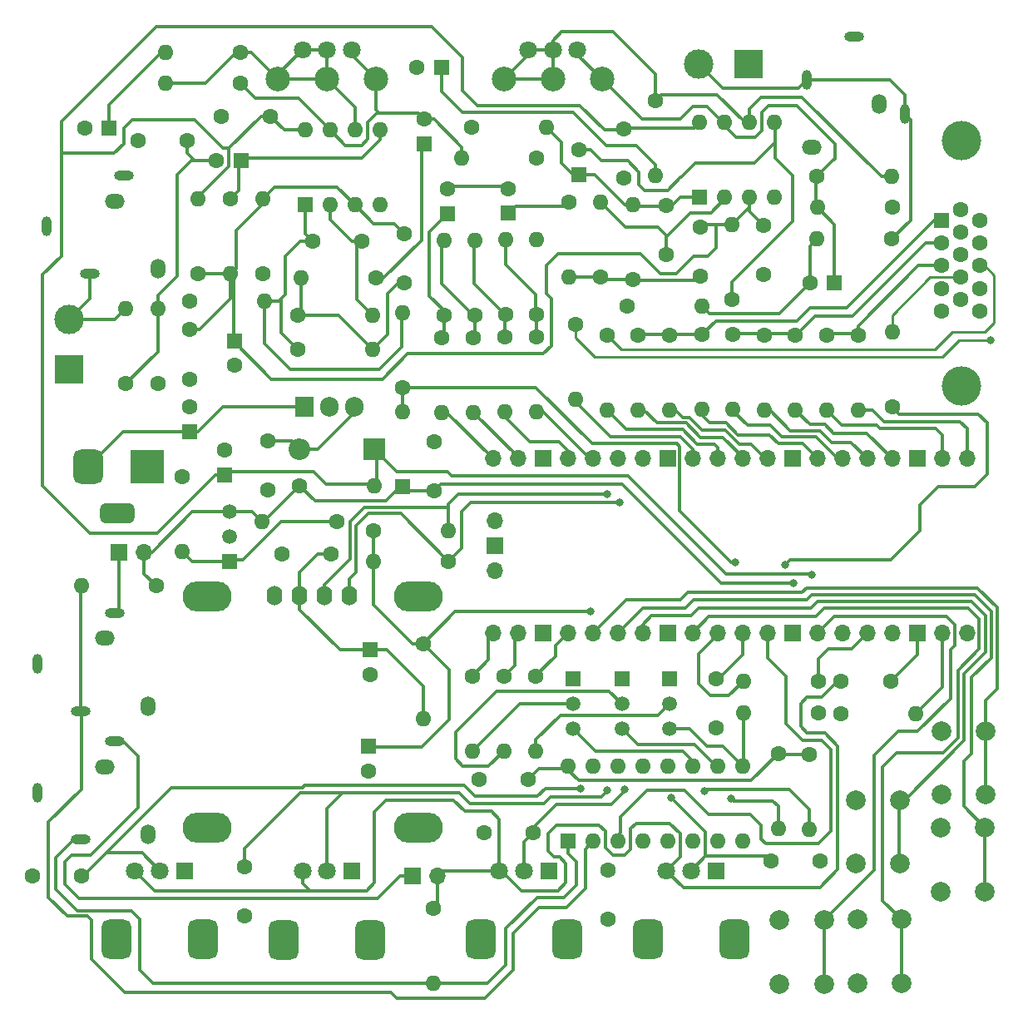
<source format=gbr>
%TF.GenerationSoftware,KiCad,Pcbnew,(6.0.11)*%
%TF.CreationDate,2023-12-27T11:12:05-06:00*%
%TF.ProjectId,GuitarPico,47756974-6172-4506-9963-6f2e6b696361,rev?*%
%TF.SameCoordinates,Original*%
%TF.FileFunction,Copper,L2,Bot*%
%TF.FilePolarity,Positive*%
%FSLAX46Y46*%
G04 Gerber Fmt 4.6, Leading zero omitted, Abs format (unit mm)*
G04 Created by KiCad (PCBNEW (6.0.11)) date 2023-12-27 11:12:05*
%MOMM*%
%LPD*%
G01*
G04 APERTURE LIST*
G04 Aperture macros list*
%AMRoundRect*
0 Rectangle with rounded corners*
0 $1 Rounding radius*
0 $2 $3 $4 $5 $6 $7 $8 $9 X,Y pos of 4 corners*
0 Add a 4 corners polygon primitive as box body*
4,1,4,$2,$3,$4,$5,$6,$7,$8,$9,$2,$3,0*
0 Add four circle primitives for the rounded corners*
1,1,$1+$1,$2,$3*
1,1,$1+$1,$4,$5*
1,1,$1+$1,$6,$7*
1,1,$1+$1,$8,$9*
0 Add four rect primitives between the rounded corners*
20,1,$1+$1,$2,$3,$4,$5,0*
20,1,$1+$1,$4,$5,$6,$7,0*
20,1,$1+$1,$6,$7,$8,$9,0*
20,1,$1+$1,$8,$9,$2,$3,0*%
G04 Aperture macros list end*
%TA.AperFunction,ComponentPad*%
%ADD10C,1.600000*%
%TD*%
%TA.AperFunction,ComponentPad*%
%ADD11R,1.600000X1.600000*%
%TD*%
%TA.AperFunction,ComponentPad*%
%ADD12R,1.500000X1.500000*%
%TD*%
%TA.AperFunction,ComponentPad*%
%ADD13C,1.500000*%
%TD*%
%TA.AperFunction,ComponentPad*%
%ADD14O,1.000000X2.000000*%
%TD*%
%TA.AperFunction,ComponentPad*%
%ADD15O,2.000000X1.000000*%
%TD*%
%TA.AperFunction,ComponentPad*%
%ADD16O,2.000000X1.500000*%
%TD*%
%TA.AperFunction,ComponentPad*%
%ADD17O,1.500000X2.000000*%
%TD*%
%TA.AperFunction,ComponentPad*%
%ADD18O,1.600000X1.600000*%
%TD*%
%TA.AperFunction,ComponentPad*%
%ADD19R,2.200000X2.200000*%
%TD*%
%TA.AperFunction,ComponentPad*%
%ADD20O,2.200000X2.200000*%
%TD*%
%TA.AperFunction,ComponentPad*%
%ADD21R,1.905000X2.000000*%
%TD*%
%TA.AperFunction,ComponentPad*%
%ADD22O,1.905000X2.000000*%
%TD*%
%TA.AperFunction,ComponentPad*%
%ADD23R,1.700000X1.700000*%
%TD*%
%TA.AperFunction,ComponentPad*%
%ADD24O,1.700000X1.700000*%
%TD*%
%TA.AperFunction,ComponentPad*%
%ADD25R,3.500000X3.500000*%
%TD*%
%TA.AperFunction,ComponentPad*%
%ADD26RoundRect,0.750000X-0.750000X-1.000000X0.750000X-1.000000X0.750000X1.000000X-0.750000X1.000000X0*%
%TD*%
%TA.AperFunction,ComponentPad*%
%ADD27RoundRect,0.500000X-1.250000X-0.500000X1.250000X-0.500000X1.250000X0.500000X-1.250000X0.500000X0*%
%TD*%
%TA.AperFunction,ComponentPad*%
%ADD28R,1.800000X1.800000*%
%TD*%
%TA.AperFunction,ComponentPad*%
%ADD29C,1.800000*%
%TD*%
%TA.AperFunction,ComponentPad*%
%ADD30RoundRect,0.750000X-0.750000X1.250000X-0.750000X-1.250000X0.750000X-1.250000X0.750000X1.250000X0*%
%TD*%
%TA.AperFunction,ComponentPad*%
%ADD31R,3.000000X3.000000*%
%TD*%
%TA.AperFunction,ComponentPad*%
%ADD32C,3.000000*%
%TD*%
%TA.AperFunction,ComponentPad*%
%ADD33C,2.500000*%
%TD*%
%TA.AperFunction,ComponentPad*%
%ADD34C,2.000000*%
%TD*%
%TA.AperFunction,ComponentPad*%
%ADD35O,1.600000X2.000000*%
%TD*%
%TA.AperFunction,WasherPad*%
%ADD36O,5.000000X3.100000*%
%TD*%
%TA.AperFunction,ComponentPad*%
%ADD37C,4.000000*%
%TD*%
%TA.AperFunction,ViaPad*%
%ADD38C,0.800000*%
%TD*%
%TA.AperFunction,Conductor*%
%ADD39C,0.350000*%
%TD*%
%TA.AperFunction,Conductor*%
%ADD40C,0.250000*%
%TD*%
G04 APERTURE END LIST*
D10*
%TO.P,C22,1*%
%TO.N,GND*%
X132588000Y-127254000D03*
%TO.P,C22,2*%
%TO.N,VREF*%
X127588000Y-127254000D03*
%TD*%
D11*
%TO.P,C15,1*%
%TO.N,Net-(C13-Pad1)*%
X100844000Y-75689113D03*
D10*
%TO.P,C15,2*%
%TO.N,Net-(C15-Pad2)*%
X100844000Y-73189113D03*
%TD*%
D12*
%TO.P,Q3,1,E*%
%TO.N,GND*%
X110140000Y-127000000D03*
D13*
%TO.P,Q3,2,B*%
%TO.N,Net-(Q3-Pad2)*%
X110140000Y-129540000D03*
%TO.P,Q3,3,C*%
%TO.N,Net-(Q3-Pad3)*%
X110140000Y-132080000D03*
%TD*%
D14*
%TO.P,J8,G*%
%TO.N,GND*%
X45720000Y-138590000D03*
D15*
%TO.P,J8,S1*%
%TO.N,Net-(J8-PadS1)*%
X53620000Y-133390000D03*
D16*
%TO.P,J8,SN1*%
%TO.N,unconnected-(J8-PadSN1)*%
X52620000Y-135990000D03*
D15*
%TO.P,J8,T1*%
%TO.N,Net-(J8-PadT1)*%
X50120000Y-143390000D03*
D17*
%TO.P,J8,TN1*%
%TO.N,unconnected-(J8-PadTN1)*%
X57020000Y-142890000D03*
%TD*%
D10*
%TO.P,R46,1*%
%TO.N,Net-(J6-Pad1)*%
X110070000Y-92020000D03*
D18*
%TO.P,R46,2*%
%TO.N,R1*%
X110070000Y-99640000D03*
%TD*%
D10*
%TO.P,R9,1*%
%TO.N,Net-(C7-Pad1)*%
X80250000Y-86250000D03*
D18*
%TO.P,R9,2*%
%TO.N,Net-(C8-Pad2)*%
X72630000Y-86250000D03*
%TD*%
D19*
%TO.P,D1,1,K*%
%TO.N,+5V*%
X80070000Y-103650000D03*
D20*
%TO.P,D1,2,A*%
%TO.N,Net-(C21-Pad1)*%
X72450000Y-103650000D03*
%TD*%
D10*
%TO.P,R56,1*%
%TO.N,Net-(J6-Pad13)*%
X103720000Y-92030000D03*
D18*
%TO.P,R56,2*%
%TO.N,SYNC*%
X103720000Y-99650000D03*
%TD*%
D10*
%TO.P,R19,1*%
%TO.N,Net-(C17-Pad1)*%
X125070000Y-75870000D03*
D18*
%TO.P,R19,2*%
%TO.N,Net-(R17-Pad1)*%
X132690000Y-75870000D03*
%TD*%
D21*
%TO.P,U4,1,VI*%
%TO.N,Net-(C20-Pad1)*%
X72900000Y-99300000D03*
D22*
%TO.P,U4,2,GND*%
%TO.N,GND*%
X75440000Y-99300000D03*
%TO.P,U4,3,VO*%
%TO.N,Net-(C21-Pad1)*%
X77980000Y-99300000D03*
%TD*%
D15*
%TO.P,J3,G*%
%TO.N,GND*%
X128860000Y-61640000D03*
D14*
%TO.P,J3,S1*%
%TO.N,Net-(J3-PadS1)*%
X134060000Y-69540000D03*
D17*
%TO.P,J3,SN1*%
%TO.N,unconnected-(J3-PadSN1)*%
X131460000Y-68540000D03*
D14*
%TO.P,J3,T1*%
%TO.N,Net-(J3-PadS1)*%
X124060000Y-66040000D03*
D16*
%TO.P,J3,TN1*%
%TO.N,unconnected-(J3-PadTN1)*%
X124560000Y-72940000D03*
%TD*%
D23*
%TO.P,JP2,1,A*%
%TO.N,Net-(JP2-Pad1)*%
X54090000Y-114110000D03*
D24*
%TO.P,JP2,2,B*%
%TO.N,VREF*%
X56630000Y-114110000D03*
%TD*%
D11*
%TO.P,C11,1*%
%TO.N,Net-(C11-Pad1)*%
X93710000Y-79640000D03*
D10*
%TO.P,C11,2*%
%TO.N,Net-(C10-Pad2)*%
X93710000Y-77140000D03*
%TD*%
%TO.P,R21,1*%
%TO.N,GND*%
X105760000Y-89090000D03*
D18*
%TO.P,R21,2*%
%TO.N,Net-(C17-Pad2)*%
X113380000Y-89090000D03*
%TD*%
D11*
%TO.P,C4,1*%
%TO.N,Net-(C4-Pad1)*%
X66500000Y-74250000D03*
D10*
%TO.P,C4,2*%
%TO.N,Net-(C3-Pad1)*%
X64000000Y-74250000D03*
%TD*%
%TO.P,R23,1*%
%TO.N,Net-(R23-Pad1)*%
X127550000Y-130570000D03*
D18*
%TO.P,R23,2*%
%TO.N,Net-(R23-Pad2)*%
X135170000Y-130570000D03*
%TD*%
D14*
%TO.P,J9,G*%
%TO.N,GND*%
X45750000Y-125500000D03*
D15*
%TO.P,J9,S1*%
%TO.N,Net-(JP2-Pad1)*%
X53650000Y-120300000D03*
D16*
%TO.P,J9,SN1*%
%TO.N,unconnected-(J9-PadSN1)*%
X52650000Y-122900000D03*
D15*
%TO.P,J9,T1*%
%TO.N,Net-(J9-PadT1)*%
X50150000Y-130300000D03*
D17*
%TO.P,J9,TN1*%
%TO.N,unconnected-(J9-PadTN1)*%
X57050000Y-129800000D03*
%TD*%
D10*
%TO.P,R10,1*%
%TO.N,Net-(C8-Pad2)*%
X72250000Y-90000000D03*
D18*
%TO.P,R10,2*%
%TO.N,Net-(C9-Pad2)*%
X79870000Y-90000000D03*
%TD*%
D11*
%TO.P,C10,1*%
%TO.N,FROMDAC*%
X87540000Y-79690000D03*
D10*
%TO.P,C10,2*%
%TO.N,Net-(C10-Pad2)*%
X87540000Y-77190000D03*
%TD*%
D23*
%TO.P,JP1,1,A*%
%TO.N,Net-(J8-PadS1)*%
X83935000Y-147128000D03*
D24*
%TO.P,JP1,2,B*%
%TO.N,VREF*%
X86475000Y-147128000D03*
%TD*%
D11*
%TO.P,U6,1,X4*%
%TO.N,Net-(J8-PadT1)*%
X99800000Y-143540000D03*
D18*
%TO.P,U6,2,X6*%
%TO.N,Net-(J9-PadT1)*%
X102340000Y-143540000D03*
%TO.P,U6,3,X*%
%TO.N,CTRLIN*%
X104880000Y-143540000D03*
%TO.P,U6,4,X7*%
%TO.N,unconnected-(U6-Pad4)*%
X107420000Y-143540000D03*
%TO.P,U6,5,X5*%
%TO.N,unconnected-(U6-Pad5)*%
X109960000Y-143540000D03*
%TO.P,U6,6,Inh*%
%TO.N,GND*%
X112500000Y-143540000D03*
%TO.P,U6,7,VEE*%
X115040000Y-143540000D03*
%TO.P,U6,8,VSS*%
X117580000Y-143540000D03*
%TO.P,U6,9,C*%
%TO.N,Net-(Q3-Pad3)*%
X117580000Y-135920000D03*
%TO.P,U6,10,B*%
%TO.N,Net-(Q2-Pad3)*%
X115040000Y-135920000D03*
%TO.P,U6,11,A*%
%TO.N,Net-(Q1-Pad3)*%
X112500000Y-135920000D03*
%TO.P,U6,12,X3*%
%TO.N,Net-(C26-Pad2)*%
X109960000Y-135920000D03*
%TO.P,U6,13,X0*%
%TO.N,Net-(C29-Pad2)*%
X107420000Y-135920000D03*
%TO.P,U6,14,X1*%
%TO.N,Net-(C28-Pad2)*%
X104880000Y-135920000D03*
%TO.P,U6,15,X2*%
%TO.N,Net-(C27-Pad2)*%
X102340000Y-135920000D03*
%TO.P,U6,16,VDD*%
%TO.N,+5V*%
X99800000Y-135920000D03*
%TD*%
D10*
%TO.P,C24,1*%
%TO.N,GND*%
X70618000Y-114362000D03*
%TO.P,C24,2*%
%TO.N,Net-(Brd1-Pad2)*%
X75618000Y-114362000D03*
%TD*%
%TO.P,R28,1*%
%TO.N,Net-(R28-Pad1)*%
X96590000Y-89940000D03*
D18*
%TO.P,R28,2*%
%TO.N,GND*%
X96590000Y-82320000D03*
%TD*%
D10*
%TO.P,R2,1*%
%TO.N,GND*%
X68700000Y-85820000D03*
D18*
%TO.P,R2,2*%
%TO.N,BIAS*%
X68700000Y-78200000D03*
%TD*%
D12*
%TO.P,Q2,1,E*%
%TO.N,GND*%
X105250000Y-127000000D03*
D13*
%TO.P,Q2,2,B*%
%TO.N,Net-(Q2-Pad2)*%
X105250000Y-129540000D03*
%TO.P,Q2,3,C*%
%TO.N,Net-(Q2-Pad3)*%
X105250000Y-132080000D03*
%TD*%
D10*
%TO.P,R14,1*%
%TO.N,Net-(C12-Pad2)*%
X103070000Y-86160000D03*
D18*
%TO.P,R14,2*%
%TO.N,Net-(C13-Pad2)*%
X103070000Y-78540000D03*
%TD*%
D10*
%TO.P,R47,1*%
%TO.N,VREF*%
X86100000Y-150390000D03*
D18*
%TO.P,R47,2*%
%TO.N,Net-(J8-PadT1)*%
X86100000Y-158010000D03*
%TD*%
D10*
%TO.P,C12,1*%
%TO.N,BIAS*%
X113210000Y-81070000D03*
%TO.P,C12,2*%
%TO.N,Net-(C12-Pad2)*%
X113210000Y-86070000D03*
%TD*%
%TO.P,R16,1*%
%TO.N,GND*%
X89980000Y-70880000D03*
D18*
%TO.P,R16,2*%
%TO.N,Net-(C13-Pad1)*%
X97600000Y-70880000D03*
%TD*%
D10*
%TO.P,C26,1*%
%TO.N,GND*%
X125450000Y-145570000D03*
%TO.P,C26,2*%
%TO.N,Net-(C26-Pad2)*%
X120450000Y-145570000D03*
%TD*%
D25*
%TO.P,J5,1*%
%TO.N,GND*%
X56902000Y-105472000D03*
D26*
%TO.P,J5,2*%
%TO.N,Net-(C20-Pad1)*%
X50902000Y-105472000D03*
D27*
%TO.P,J5,3*%
%TO.N,unconnected-(J5-Pad3)*%
X53902000Y-110172000D03*
%TD*%
D10*
%TO.P,R36,1*%
%TO.N,+3V3*%
X79960000Y-111920000D03*
D18*
%TO.P,R36,2*%
%TO.N,SCL*%
X87580000Y-111920000D03*
%TD*%
D10*
%TO.P,C1,1*%
%TO.N,BIAS*%
X61250000Y-91500000D03*
%TO.P,C1,2*%
%TO.N,GND*%
X61250000Y-96500000D03*
%TD*%
%TO.P,C8,1*%
%TO.N,BIAS*%
X83130000Y-81750000D03*
%TO.P,C8,2*%
%TO.N,Net-(C8-Pad2)*%
X83130000Y-86750000D03*
%TD*%
%TO.P,C29,1*%
%TO.N,GND*%
X91240000Y-142680000D03*
%TO.P,C29,2*%
%TO.N,Net-(C29-Pad2)*%
X96240000Y-142680000D03*
%TD*%
D28*
%TO.P,RV6,1,1*%
%TO.N,GND*%
X97790000Y-146558000D03*
D29*
%TO.P,RV6,2,2*%
%TO.N,Net-(C29-Pad2)*%
X95290000Y-146558000D03*
%TO.P,RV6,3,3*%
%TO.N,VREF*%
X92790000Y-146558000D03*
D30*
%TO.P,RV6,MP*%
%TO.N,N/C*%
X90890000Y-153558000D03*
X99690000Y-153558000D03*
%TD*%
D10*
%TO.P,R52,1*%
%TO.N,Net-(J6-Pad2)*%
X116560000Y-92010000D03*
D18*
%TO.P,R52,2*%
%TO.N,G2*%
X116560000Y-99630000D03*
%TD*%
D11*
%TO.P,C7,1*%
%TO.N,Net-(C7-Pad1)*%
X85160000Y-72550000D03*
D10*
%TO.P,C7,2*%
%TO.N,Net-(C7-Pad2)*%
X85160000Y-70050000D03*
%TD*%
%TO.P,R11,1*%
%TO.N,Net-(C9-Pad1)*%
X72250000Y-93500000D03*
D18*
%TO.P,R11,2*%
%TO.N,Net-(C8-Pad2)*%
X79870000Y-93500000D03*
%TD*%
D10*
%TO.P,C14,1*%
%TO.N,+5V*%
X105440000Y-71030000D03*
%TO.P,C14,2*%
%TO.N,GND*%
X105440000Y-76030000D03*
%TD*%
%TO.P,R22,1*%
%TO.N,Net-(J3-PadS1)*%
X132750000Y-82210000D03*
D18*
%TO.P,R22,2*%
%TO.N,Net-(C17-Pad2)*%
X125130000Y-82210000D03*
%TD*%
D31*
%TO.P,J1,1,Pin_1*%
%TO.N,GND*%
X49000000Y-95540000D03*
D32*
%TO.P,J1,2,Pin_2*%
%TO.N,Net-(J1-Pad2)*%
X49000000Y-90460000D03*
%TD*%
D10*
%TO.P,C23,1*%
%TO.N,TOADC*%
X114808000Y-127000000D03*
%TO.P,C23,2*%
%TO.N,GND*%
X114808000Y-132000000D03*
%TD*%
D11*
%TO.P,C2,1*%
%TO.N,BIAS*%
X65830000Y-92610000D03*
D10*
%TO.P,C2,2*%
%TO.N,GND*%
X65830000Y-95110000D03*
%TD*%
%TO.P,R25,1*%
%TO.N,Net-(R25-Pad1)*%
X76206000Y-111060000D03*
D18*
%TO.P,R25,2*%
%TO.N,VREF*%
X68586000Y-111060000D03*
%TD*%
D10*
%TO.P,C18,1*%
%TO.N,BIAS*%
X119710000Y-80890000D03*
%TO.P,C18,2*%
%TO.N,GND*%
X119710000Y-85890000D03*
%TD*%
%TO.P,R39,1*%
%TO.N,+5V*%
X124340000Y-134690000D03*
D18*
%TO.P,R39,2*%
%TO.N,Net-(Q1-Pad3)*%
X124340000Y-142310000D03*
%TD*%
D10*
%TO.P,R55,1*%
%TO.N,+3V3*%
X132760000Y-99330000D03*
D18*
%TO.P,R55,2*%
%TO.N,Net-(J6-Pad9)*%
X132760000Y-91710000D03*
%TD*%
D10*
%TO.P,C13,1*%
%TO.N,Net-(C13-Pad1)*%
X109770000Y-78830000D03*
%TO.P,C13,2*%
%TO.N,Net-(C13-Pad2)*%
X109770000Y-83830000D03*
%TD*%
%TO.P,C30,1*%
%TO.N,CTRLIN*%
X103820000Y-146460000D03*
%TO.P,C30,2*%
%TO.N,GND*%
X103820000Y-151460000D03*
%TD*%
D33*
%TO.P,RV1,1,1*%
%TO.N,Net-(R5-Pad1)*%
X70250000Y-66000000D03*
D29*
X72750000Y-63000000D03*
D33*
%TO.P,RV1,2,2*%
X75250000Y-66000000D03*
D29*
X75250000Y-63000000D03*
D33*
%TO.P,RV1,3,3*%
%TO.N,Net-(C7-Pad2)*%
X80250000Y-66000000D03*
D29*
X77750000Y-63000000D03*
%TD*%
D10*
%TO.P,R12,1*%
%TO.N,GND*%
X61250000Y-88610000D03*
D18*
%TO.P,R12,2*%
%TO.N,Net-(C9-Pad1)*%
X68870000Y-88610000D03*
%TD*%
D10*
%TO.P,R18,1*%
%TO.N,Net-(C15-Pad2)*%
X116440000Y-88400000D03*
D18*
%TO.P,R18,2*%
%TO.N,BIAS*%
X116440000Y-80780000D03*
%TD*%
D10*
%TO.P,R40,1*%
%TO.N,SEL1*%
X93250000Y-126750000D03*
D18*
%TO.P,R40,2*%
%TO.N,Net-(Q2-Pad2)*%
X93250000Y-134370000D03*
%TD*%
D24*
%TO.P,U3,1,GPIO0*%
%TO.N,B0*%
X140380000Y-104610000D03*
%TO.P,U3,2,GPIO1*%
%TO.N,B1*%
X137840000Y-104610000D03*
D23*
%TO.P,U3,3,GND*%
%TO.N,GND*%
X135300000Y-104610000D03*
D24*
%TO.P,U3,4,GPIO2*%
%TO.N,G0*%
X132760000Y-104610000D03*
%TO.P,U3,5,GPIO3*%
%TO.N,G1*%
X130220000Y-104610000D03*
%TO.P,U3,6,GPIO4*%
%TO.N,G2*%
X127680000Y-104610000D03*
%TO.P,U3,7,GPIO5*%
%TO.N,R0*%
X125140000Y-104610000D03*
D23*
%TO.P,U3,8,GND*%
%TO.N,GND*%
X122600000Y-104610000D03*
D24*
%TO.P,U3,9,GPIO6*%
%TO.N,R1*%
X120060000Y-104610000D03*
%TO.P,U3,10,GPIO7*%
%TO.N,R2*%
X117520000Y-104610000D03*
%TO.P,U3,11,GPIO8*%
%TO.N,SYNC*%
X114980000Y-104610000D03*
%TO.P,U3,12,GPIO9*%
%TO.N,VSYNC*%
X112440000Y-104610000D03*
D23*
%TO.P,U3,13,GND*%
%TO.N,GND*%
X109900000Y-104610000D03*
D24*
%TO.P,U3,14,GPIO10*%
%TO.N,SDA*%
X107360000Y-104610000D03*
%TO.P,U3,15,GPIO11*%
%TO.N,SCL*%
X104820000Y-104610000D03*
%TO.P,U3,16,GPIO12*%
%TO.N,Net-(R29-Pad2)*%
X102280000Y-104610000D03*
%TO.P,U3,17,GPIO13*%
%TO.N,Net-(R31-Pad2)*%
X99740000Y-104610000D03*
D23*
%TO.P,U3,18,GND*%
%TO.N,GND*%
X97200000Y-104610000D03*
D24*
%TO.P,U3,19,GPIO14*%
%TO.N,Net-(R33-Pad2)*%
X94660000Y-104610000D03*
%TO.P,U3,20,GPIO15*%
%TO.N,Net-(R35-Pad2)*%
X92120000Y-104610000D03*
%TO.P,U3,21,GPIO16*%
%TO.N,SEL0*%
X92120000Y-122390000D03*
%TO.P,U3,22,GPIO17*%
%TO.N,SEL1*%
X94660000Y-122390000D03*
D23*
%TO.P,U3,23,GND*%
%TO.N,GND*%
X97200000Y-122390000D03*
D24*
%TO.P,U3,24,GPIO18*%
%TO.N,SEL2*%
X99740000Y-122390000D03*
%TO.P,U3,25,GPIO19*%
%TO.N,BUTTON1*%
X102280000Y-122390000D03*
%TO.P,U3,26,GPIO20*%
%TO.N,BUTTON2*%
X104820000Y-122390000D03*
%TO.P,U3,27,GPIO21*%
%TO.N,BUTTON3*%
X107360000Y-122390000D03*
D23*
%TO.P,U3,28,GND*%
%TO.N,GND*%
X109900000Y-122390000D03*
D24*
%TO.P,U3,29,GPIO22*%
%TO.N,BUTTON4*%
X112440000Y-122390000D03*
%TO.P,U3,30,RUN*%
%TO.N,Net-(R44-Pad2)*%
X114980000Y-122390000D03*
%TO.P,U3,31,GPIO26_ADC0*%
%TO.N,TOADC*%
X117520000Y-122390000D03*
%TO.P,U3,32,GPIO27_ADC1*%
%TO.N,CTRLIN*%
X120060000Y-122390000D03*
D23*
%TO.P,U3,33,AGND*%
%TO.N,GND*%
X122600000Y-122390000D03*
D24*
%TO.P,U3,34,GPIO28_ADC2*%
%TO.N,BUTTON5*%
X125140000Y-122390000D03*
%TO.P,U3,35,ADC_VREF*%
%TO.N,VREF*%
X127680000Y-122390000D03*
%TO.P,U3,36,3V3*%
%TO.N,+3V3*%
X130220000Y-122390000D03*
%TO.P,U3,37,3V3_EN*%
%TO.N,Net-(R23-Pad1)*%
X132760000Y-122390000D03*
D23*
%TO.P,U3,38,GND*%
%TO.N,GND*%
X135300000Y-122390000D03*
D24*
%TO.P,U3,39,VSYS*%
%TO.N,Net-(R23-Pad2)*%
X137840000Y-122390000D03*
%TO.P,U3,40,VBUS*%
%TO.N,+5V*%
X140380000Y-122390000D03*
%TO.P,U3,41,SWCLK*%
%TO.N,unconnected-(U3-Pad41)*%
X92350000Y-110960000D03*
D23*
%TO.P,U3,42,GND*%
%TO.N,unconnected-(U3-Pad42)*%
X92350000Y-113500000D03*
D24*
%TO.P,U3,43,SWDIO*%
%TO.N,unconnected-(U3-Pad43)*%
X92350000Y-116040000D03*
%TD*%
D11*
%TO.P,C20,1*%
%TO.N,Net-(C20-Pad1)*%
X61220000Y-101876000D03*
D10*
%TO.P,C20,2*%
%TO.N,GND*%
X61220000Y-99376000D03*
%TD*%
%TO.P,C31,1*%
%TO.N,GND*%
X86140000Y-102910000D03*
%TO.P,C31,2*%
%TO.N,VREF*%
X86140000Y-107910000D03*
%TD*%
%TO.P,R8,1*%
%TO.N,GND*%
X96570000Y-74010000D03*
D18*
%TO.P,R8,2*%
%TO.N,Net-(C7-Pad2)*%
X88950000Y-74010000D03*
%TD*%
D10*
%TO.P,R49,1*%
%TO.N,Net-(J6-Pad1)*%
X106910000Y-92020000D03*
D18*
%TO.P,R49,2*%
%TO.N,R2*%
X106910000Y-99640000D03*
%TD*%
D10*
%TO.P,R57,1*%
%TO.N,Net-(J6-Pad14)*%
X100580000Y-90920000D03*
D18*
%TO.P,R57,2*%
%TO.N,VSYNC*%
X100580000Y-98540000D03*
%TD*%
D10*
%TO.P,C25,1*%
%TO.N,+5V*%
X95750000Y-137250000D03*
%TO.P,C25,2*%
%TO.N,GND*%
X90750000Y-137250000D03*
%TD*%
%TO.P,R41,1*%
%TO.N,+5V*%
X121160000Y-134660000D03*
D18*
%TO.P,R41,2*%
%TO.N,Net-(Q2-Pad3)*%
X121160000Y-142280000D03*
%TD*%
D10*
%TO.P,R48,1*%
%TO.N,VREF*%
X57890000Y-117570000D03*
D18*
%TO.P,R48,2*%
%TO.N,Net-(J9-PadT1)*%
X50270000Y-117570000D03*
%TD*%
D10*
%TO.P,R29,1*%
%TO.N,Net-(R28-Pad1)*%
X96590000Y-92200000D03*
D18*
%TO.P,R29,2*%
%TO.N,Net-(R29-Pad2)*%
X96590000Y-99820000D03*
%TD*%
D10*
%TO.P,R1,1*%
%TO.N,BIAS*%
X62100000Y-85820000D03*
D18*
%TO.P,R1,2*%
%TO.N,+5V*%
X62100000Y-78200000D03*
%TD*%
D14*
%TO.P,J2,G*%
%TO.N,GND*%
X46700000Y-81000000D03*
D15*
%TO.P,J2,S1*%
%TO.N,unconnected-(J2-PadS1)*%
X54600000Y-75800000D03*
D16*
%TO.P,J2,SN1*%
%TO.N,unconnected-(J2-PadSN1)*%
X53600000Y-78400000D03*
D15*
%TO.P,J2,T1*%
%TO.N,Net-(J1-Pad2)*%
X51100000Y-85800000D03*
D17*
%TO.P,J2,TN1*%
%TO.N,unconnected-(J2-PadTN1)*%
X58000000Y-85300000D03*
%TD*%
D10*
%TO.P,R27,1*%
%TO.N,VREF*%
X72470000Y-107350000D03*
D18*
%TO.P,R27,2*%
%TO.N,+5V*%
X80090000Y-107350000D03*
%TD*%
D10*
%TO.P,R35,1*%
%TO.N,FROMDAC*%
X86930000Y-92300000D03*
D18*
%TO.P,R35,2*%
%TO.N,Net-(R35-Pad2)*%
X86930000Y-99920000D03*
%TD*%
D34*
%TO.P,SW2,1,1*%
%TO.N,GND*%
X137730000Y-148670000D03*
X137730000Y-142170000D03*
%TO.P,SW2,2,2*%
%TO.N,BUTTON2*%
X142230000Y-142170000D03*
X142230000Y-148670000D03*
%TD*%
%TO.P,SW3,1,1*%
%TO.N,GND*%
X129070000Y-139340000D03*
X129070000Y-145840000D03*
%TO.P,SW3,2,2*%
%TO.N,BUTTON3*%
X133570000Y-145840000D03*
X133570000Y-139340000D03*
%TD*%
D10*
%TO.P,R54,1*%
%TO.N,Net-(J6-Pad3)*%
X126070000Y-92060000D03*
D18*
%TO.P,R54,2*%
%TO.N,B1*%
X126070000Y-99680000D03*
%TD*%
D35*
%TO.P,Brd1,4,SDA*%
%TO.N,SDA*%
X77530000Y-118540000D03*
%TO.P,Brd1,3,SCL*%
%TO.N,SCL*%
X74990000Y-118540000D03*
%TO.P,Brd1,2,VCC*%
%TO.N,Net-(Brd1-Pad2)*%
X72450000Y-118540000D03*
%TO.P,Brd1,1,GND*%
%TO.N,GND*%
X69910000Y-118540000D03*
D36*
%TO.P,Brd1,*%
%TO.N,*%
X84530000Y-142140000D03*
X63030000Y-118640000D03*
X84530000Y-118640000D03*
X63030000Y-142140000D03*
%TD*%
D10*
%TO.P,R33,1*%
%TO.N,Net-(R32-Pad1)*%
X90130000Y-92270000D03*
D18*
%TO.P,R33,2*%
%TO.N,Net-(R33-Pad2)*%
X90130000Y-99890000D03*
%TD*%
D11*
%TO.P,C5,1*%
%TO.N,Net-(C5-Pad1)*%
X53050000Y-70950000D03*
D10*
%TO.P,C5,2*%
%TO.N,GND*%
X50550000Y-70950000D03*
%TD*%
%TO.P,R5,1*%
%TO.N,Net-(R5-Pad1)*%
X66460000Y-63300000D03*
D18*
%TO.P,R5,2*%
%TO.N,Net-(C5-Pad1)*%
X58840000Y-63300000D03*
%TD*%
D28*
%TO.P,RV5,1,1*%
%TO.N,GND*%
X77730000Y-146620000D03*
D29*
%TO.P,RV5,2,2*%
%TO.N,Net-(C28-Pad2)*%
X75230000Y-146620000D03*
%TO.P,RV5,3,3*%
%TO.N,VREF*%
X72730000Y-146620000D03*
D30*
%TO.P,RV5,MP*%
%TO.N,N/C*%
X70830000Y-153620000D03*
X79630000Y-153620000D03*
%TD*%
D10*
%TO.P,R26,1*%
%TO.N,GND*%
X60460000Y-106430000D03*
D18*
%TO.P,R26,2*%
%TO.N,Net-(R25-Pad1)*%
X60460000Y-114050000D03*
%TD*%
D11*
%TO.P,C16,1*%
%TO.N,Net-(C16-Pad1)*%
X86874000Y-64832000D03*
D10*
%TO.P,C16,2*%
%TO.N,GND*%
X84374000Y-64832000D03*
%TD*%
%TO.P,R4,1*%
%TO.N,GND*%
X58000000Y-97000000D03*
D18*
%TO.P,R4,2*%
%TO.N,Net-(C3-Pad1)*%
X58000000Y-89380000D03*
%TD*%
D11*
%TO.P,U1,1*%
%TO.N,Net-(C9-Pad1)*%
X73000000Y-78800000D03*
D18*
%TO.P,U1,2,-*%
%TO.N,Net-(C9-Pad2)*%
X75540000Y-78800000D03*
%TO.P,U1,3,+*%
%TO.N,BIAS*%
X78080000Y-78800000D03*
%TO.P,U1,4,V-*%
%TO.N,GND*%
X80620000Y-78800000D03*
%TO.P,U1,5,+*%
%TO.N,Net-(C4-Pad1)*%
X80620000Y-71180000D03*
%TO.P,U1,6,-*%
%TO.N,Net-(R5-Pad1)*%
X78080000Y-71180000D03*
%TO.P,U1,7*%
%TO.N,Net-(C7-Pad2)*%
X75540000Y-71180000D03*
%TO.P,U1,8,V+*%
%TO.N,+5V*%
X73000000Y-71180000D03*
%TD*%
D10*
%TO.P,R45,1*%
%TO.N,Net-(J6-Pad1)*%
X113410000Y-92000000D03*
D18*
%TO.P,R45,2*%
%TO.N,R0*%
X113410000Y-99620000D03*
%TD*%
D10*
%TO.P,R7,1*%
%TO.N,Net-(C7-Pad2)*%
X66440000Y-66430000D03*
D18*
%TO.P,R7,2*%
%TO.N,Net-(R5-Pad1)*%
X58820000Y-66430000D03*
%TD*%
D11*
%TO.P,C19,1*%
%TO.N,+5V*%
X64770000Y-106240000D03*
D10*
%TO.P,C19,2*%
%TO.N,GND*%
X64770000Y-103740000D03*
%TD*%
%TO.P,R3,1*%
%TO.N,Net-(C3-Pad1)*%
X54750000Y-97000000D03*
D18*
%TO.P,R3,2*%
%TO.N,Net-(J1-Pad2)*%
X54750000Y-89380000D03*
%TD*%
D10*
%TO.P,R38,1*%
%TO.N,SEL0*%
X90000000Y-126750000D03*
D18*
%TO.P,R38,2*%
%TO.N,Net-(Q1-Pad2)*%
X90000000Y-134370000D03*
%TD*%
D37*
%TO.P,J6,0*%
%TO.N,N/C*%
X139810000Y-97215000D03*
X139810000Y-72215000D03*
D11*
%TO.P,J6,1*%
%TO.N,Net-(J6-Pad1)*%
X137760000Y-80400000D03*
D10*
%TO.P,J6,2*%
%TO.N,Net-(J6-Pad2)*%
X137760000Y-82690000D03*
%TO.P,J6,3*%
%TO.N,Net-(J6-Pad3)*%
X137760000Y-84980000D03*
%TO.P,J6,4*%
%TO.N,unconnected-(J6-Pad4)*%
X137760000Y-87270000D03*
%TO.P,J6,5*%
%TO.N,GND*%
X137760000Y-89560000D03*
%TO.P,J6,6*%
X139740000Y-79255000D03*
%TO.P,J6,7*%
X139740000Y-81545000D03*
%TO.P,J6,8*%
X139740000Y-83835000D03*
%TO.P,J6,9*%
%TO.N,Net-(J6-Pad9)*%
X139740000Y-86125000D03*
%TO.P,J6,10*%
%TO.N,unconnected-(J6-Pad10)*%
X139740000Y-88415000D03*
%TO.P,J6,11*%
%TO.N,unconnected-(J6-Pad11)*%
X141720000Y-80400000D03*
%TO.P,J6,12*%
%TO.N,unconnected-(J6-Pad12)*%
X141720000Y-82690000D03*
%TO.P,J6,13*%
%TO.N,Net-(J6-Pad13)*%
X141720000Y-84980000D03*
%TO.P,J6,14*%
%TO.N,Net-(J6-Pad14)*%
X141720000Y-87270000D03*
%TO.P,J6,15*%
%TO.N,unconnected-(J6-Pad15)*%
X141720000Y-89560000D03*
%TD*%
D34*
%TO.P,SW4,1,1*%
%TO.N,GND*%
X129220000Y-158030000D03*
X129220000Y-151530000D03*
%TO.P,SW4,2,2*%
%TO.N,BUTTON4*%
X133720000Y-151530000D03*
X133720000Y-158030000D03*
%TD*%
%TO.P,SW5,1,1*%
%TO.N,GND*%
X121320000Y-151610000D03*
X121320000Y-158110000D03*
%TO.P,SW5,2,2*%
%TO.N,BUTTON5*%
X125820000Y-151610000D03*
X125820000Y-158110000D03*
%TD*%
D10*
%TO.P,R17,1*%
%TO.N,Net-(R17-Pad1)*%
X108680000Y-68140000D03*
D18*
%TO.P,R17,2*%
%TO.N,Net-(C16-Pad1)*%
X108680000Y-75760000D03*
%TD*%
D10*
%TO.P,R37,1*%
%TO.N,SDA*%
X87610000Y-115050000D03*
D18*
%TO.P,R37,2*%
%TO.N,+3V3*%
X79990000Y-115050000D03*
%TD*%
D10*
%TO.P,R20,1*%
%TO.N,GND*%
X132770000Y-79040000D03*
D18*
%TO.P,R20,2*%
%TO.N,Net-(C17-Pad1)*%
X125150000Y-79040000D03*
%TD*%
D10*
%TO.P,R43,1*%
%TO.N,+5V*%
X125222000Y-130500000D03*
D18*
%TO.P,R43,2*%
%TO.N,Net-(Q3-Pad3)*%
X117602000Y-130500000D03*
%TD*%
D10*
%TO.P,C32,2*%
%TO.N,GND*%
X79600000Y-126570000D03*
D11*
%TO.P,C32,1*%
%TO.N,Net-(Brd1-Pad2)*%
X79600000Y-124070000D03*
%TD*%
D10*
%TO.P,R32,1*%
%TO.N,Net-(R32-Pad1)*%
X90290000Y-89980000D03*
D18*
%TO.P,R32,2*%
%TO.N,Net-(R30-Pad1)*%
X90290000Y-82360000D03*
%TD*%
D10*
%TO.P,C6,1*%
%TO.N,+5V*%
X69500000Y-69750000D03*
%TO.P,C6,2*%
%TO.N,GND*%
X64500000Y-69750000D03*
%TD*%
%TO.P,R6,1*%
%TO.N,Net-(C4-Pad1)*%
X65390000Y-78190000D03*
D18*
%TO.P,R6,2*%
%TO.N,BIAS*%
X65390000Y-85810000D03*
%TD*%
D10*
%TO.P,R58,1*%
%TO.N,+3V3*%
X85020000Y-123450000D03*
D18*
%TO.P,R58,2*%
%TO.N,Net-(Brd1-Pad2)*%
X85020000Y-131070000D03*
%TD*%
D12*
%TO.P,Q1,1,E*%
%TO.N,GND*%
X100280000Y-127000000D03*
D13*
%TO.P,Q1,2,B*%
%TO.N,Net-(Q1-Pad2)*%
X100280000Y-129540000D03*
%TO.P,Q1,3,C*%
%TO.N,Net-(Q1-Pad3)*%
X100280000Y-132080000D03*
%TD*%
D10*
%TO.P,R13,1*%
%TO.N,Net-(C11-Pad1)*%
X99870000Y-78510000D03*
D18*
%TO.P,R13,2*%
%TO.N,Net-(C12-Pad2)*%
X99870000Y-86130000D03*
%TD*%
D10*
%TO.P,R30,1*%
%TO.N,Net-(R30-Pad1)*%
X93420000Y-89960000D03*
D18*
%TO.P,R30,2*%
%TO.N,Net-(R28-Pad1)*%
X93420000Y-82340000D03*
%TD*%
D12*
%TO.P,U5,1,REF*%
%TO.N,Net-(R25-Pad1)*%
X65306000Y-115124000D03*
D13*
%TO.P,U5,2,A*%
%TO.N,GND*%
X65306000Y-112584000D03*
%TO.P,U5,3,K*%
%TO.N,VREF*%
X65306000Y-110044000D03*
%TD*%
D10*
%TO.P,R44,1*%
%TO.N,+3V3*%
X125222000Y-127254000D03*
D18*
%TO.P,R44,2*%
%TO.N,Net-(R44-Pad2)*%
X117602000Y-127254000D03*
%TD*%
D10*
%TO.P,R34,1*%
%TO.N,FROMDAC*%
X87120000Y-90000000D03*
D18*
%TO.P,R34,2*%
%TO.N,Net-(R32-Pad1)*%
X87120000Y-82380000D03*
%TD*%
D10*
%TO.P,C21,1*%
%TO.N,Net-(C21-Pad1)*%
X69230000Y-102830000D03*
%TO.P,C21,2*%
%TO.N,GND*%
X69230000Y-107830000D03*
%TD*%
D11*
%TO.P,U2,1*%
%TO.N,Net-(C13-Pad1)*%
X113160000Y-78010000D03*
D18*
%TO.P,U2,2,-*%
%TO.N,Net-(C13-Pad2)*%
X115700000Y-78010000D03*
%TO.P,U2,3,+*%
%TO.N,BIAS*%
X118240000Y-78010000D03*
%TO.P,U2,4,V-*%
%TO.N,GND*%
X120780000Y-78010000D03*
%TO.P,U2,5,+*%
%TO.N,Net-(C15-Pad2)*%
X120780000Y-70390000D03*
%TO.P,U2,6,-*%
%TO.N,Net-(R17-Pad1)*%
X118240000Y-70390000D03*
%TO.P,U2,7*%
%TO.N,Net-(C17-Pad1)*%
X115700000Y-70390000D03*
%TO.P,U2,8,V+*%
%TO.N,+5V*%
X113160000Y-70390000D03*
%TD*%
D11*
%TO.P,D2,1,K*%
%TO.N,VREF*%
X82950000Y-107480000D03*
D18*
%TO.P,D2,2,A*%
%TO.N,TOADC*%
X82950000Y-99860000D03*
%TD*%
D10*
%TO.P,R31,1*%
%TO.N,Net-(R30-Pad1)*%
X93380000Y-92230000D03*
D18*
%TO.P,R31,2*%
%TO.N,Net-(R31-Pad2)*%
X93380000Y-99850000D03*
%TD*%
D10*
%TO.P,C28,1*%
%TO.N,GND*%
X66808000Y-151140000D03*
%TO.P,C28,2*%
%TO.N,Net-(C28-Pad2)*%
X66808000Y-146140000D03*
%TD*%
D11*
%TO.P,C33,1*%
%TO.N,+3V3*%
X79420000Y-133880000D03*
D10*
%TO.P,C33,2*%
%TO.N,GND*%
X79420000Y-136380000D03*
%TD*%
D11*
%TO.P,C17,1*%
%TO.N,Net-(C17-Pad1)*%
X126885113Y-86750000D03*
D10*
%TO.P,C17,2*%
%TO.N,Net-(C17-Pad2)*%
X124385113Y-86750000D03*
%TD*%
D28*
%TO.P,RV4,1,1*%
%TO.N,GND*%
X60706000Y-146558000D03*
D29*
%TO.P,RV4,2,2*%
%TO.N,Net-(C27-Pad2)*%
X58206000Y-146558000D03*
%TO.P,RV4,3,3*%
%TO.N,VREF*%
X55706000Y-146558000D03*
D30*
%TO.P,RV4,MP*%
%TO.N,N/C*%
X53806000Y-153558000D03*
X62606000Y-153558000D03*
%TD*%
D10*
%TO.P,C9,1*%
%TO.N,Net-(C9-Pad1)*%
X73750000Y-82500000D03*
%TO.P,C9,2*%
%TO.N,Net-(C9-Pad2)*%
X78750000Y-82500000D03*
%TD*%
%TO.P,R53,1*%
%TO.N,Net-(J6-Pad3)*%
X129290000Y-92060000D03*
D18*
%TO.P,R53,2*%
%TO.N,B0*%
X129290000Y-99680000D03*
%TD*%
D10*
%TO.P,C3,1*%
%TO.N,Net-(C3-Pad1)*%
X60990000Y-72250000D03*
%TO.P,C3,2*%
%TO.N,GND*%
X55990000Y-72250000D03*
%TD*%
%TO.P,R42,1*%
%TO.N,SEL2*%
X96500000Y-126750000D03*
D18*
%TO.P,R42,2*%
%TO.N,Net-(Q3-Pad2)*%
X96500000Y-134370000D03*
%TD*%
D10*
%TO.P,R24,1*%
%TO.N,TOADC*%
X82970000Y-97350000D03*
D18*
%TO.P,R24,2*%
%TO.N,Net-(C9-Pad1)*%
X82970000Y-89730000D03*
%TD*%
D31*
%TO.P,J4,1,Pin_1*%
%TO.N,GND*%
X118130000Y-64450000D03*
D32*
%TO.P,J4,2,Pin_2*%
%TO.N,Net-(J3-PadS1)*%
X113050000Y-64450000D03*
%TD*%
D10*
%TO.P,R50,1*%
%TO.N,Net-(J6-Pad2)*%
X122900000Y-92050000D03*
D18*
%TO.P,R50,2*%
%TO.N,G0*%
X122900000Y-99670000D03*
%TD*%
D10*
%TO.P,R15,1*%
%TO.N,Net-(C12-Pad2)*%
X106420000Y-86340000D03*
D18*
%TO.P,R15,2*%
%TO.N,Net-(C13-Pad1)*%
X106420000Y-78720000D03*
%TD*%
D10*
%TO.P,C27,1*%
%TO.N,GND*%
X45230000Y-147080000D03*
%TO.P,C27,2*%
%TO.N,Net-(C27-Pad2)*%
X50230000Y-147080000D03*
%TD*%
D33*
%TO.P,RV2,1,1*%
%TO.N,Net-(R17-Pad1)*%
X93220000Y-65980000D03*
D29*
X95720000Y-62980000D03*
D33*
%TO.P,RV2,2,2*%
X98220000Y-65980000D03*
D29*
X98220000Y-62980000D03*
%TO.P,RV2,3,3*%
%TO.N,Net-(C17-Pad1)*%
X100720000Y-62980000D03*
D33*
X103220000Y-65980000D03*
%TD*%
D10*
%TO.P,R51,1*%
%TO.N,Net-(J6-Pad2)*%
X119740000Y-92040000D03*
D18*
%TO.P,R51,2*%
%TO.N,G1*%
X119740000Y-99660000D03*
%TD*%
D34*
%TO.P,SW1,1,1*%
%TO.N,GND*%
X137770000Y-138820000D03*
X137770000Y-132320000D03*
%TO.P,SW1,2,2*%
%TO.N,BUTTON1*%
X142270000Y-132320000D03*
X142270000Y-138820000D03*
%TD*%
D28*
%TO.P,RV3,1,1*%
%TO.N,GND*%
X114808000Y-146558000D03*
D29*
%TO.P,RV3,2,2*%
%TO.N,Net-(C26-Pad2)*%
X112308000Y-146558000D03*
%TO.P,RV3,3,3*%
%TO.N,VREF*%
X109808000Y-146558000D03*
D30*
%TO.P,RV3,MP*%
%TO.N,N/C*%
X116708000Y-153558000D03*
X107908000Y-153558000D03*
%TD*%
D38*
%TO.N,+5V*%
X124550000Y-116460000D03*
%TO.N,TOADC*%
X116800000Y-115130000D03*
%TO.N,Net-(C26-Pad2)*%
X110300000Y-139114500D03*
%TO.N,Net-(C27-Pad2)*%
X101082818Y-138159500D03*
%TO.N,Net-(C28-Pad2)*%
X103770000Y-138360000D03*
%TO.N,Net-(C29-Pad2)*%
X105550000Y-138320000D03*
%TO.N,Net-(J6-Pad14)*%
X142750000Y-92550000D03*
%TO.N,+3V3*%
X121890000Y-115410000D03*
X102080000Y-120180000D03*
%TO.N,SCL*%
X103780000Y-108230000D03*
%TO.N,SDA*%
X105040000Y-109080000D03*
%TO.N,VREF*%
X122750000Y-117280000D03*
%TO.N,Net-(Q1-Pad3)*%
X113620000Y-138480000D03*
%TO.N,Net-(Q2-Pad3)*%
X116370000Y-139230000D03*
%TD*%
D39*
%TO.N,Net-(J9-PadT1)*%
X50220000Y-138260000D02*
X50220000Y-130370000D01*
X46880000Y-141600000D02*
X50220000Y-138260000D01*
X46880000Y-149270000D02*
X46880000Y-141600000D01*
X48780000Y-151170000D02*
X46880000Y-149270000D01*
X50840000Y-151170000D02*
X48780000Y-151170000D01*
X51280000Y-151610000D02*
X50840000Y-151170000D01*
X51280000Y-155540000D02*
X51280000Y-151610000D01*
X54640000Y-158900000D02*
X51280000Y-155540000D01*
X50220000Y-130370000D02*
X50150000Y-130300000D01*
X81760000Y-158900000D02*
X54640000Y-158900000D01*
X82360000Y-159500000D02*
X81760000Y-158900000D01*
X99630000Y-150270000D02*
X96840000Y-150270000D01*
X101530000Y-148370000D02*
X99630000Y-150270000D01*
X96840000Y-150270000D02*
X94220000Y-152890000D01*
X101530000Y-144350000D02*
X101530000Y-148370000D01*
X94220000Y-156620000D02*
X91340000Y-159500000D01*
X91340000Y-159500000D02*
X82360000Y-159500000D01*
X102340000Y-143540000D02*
X101530000Y-144350000D01*
X94220000Y-152890000D02*
X94220000Y-156620000D01*
%TO.N,VREF*%
X56630000Y-116310000D02*
X57890000Y-117570000D01*
X56630000Y-114110000D02*
X56630000Y-116310000D01*
%TO.N,Net-(JP2-Pad1)*%
X54090000Y-119860000D02*
X53650000Y-120300000D01*
X54090000Y-114110000D02*
X54090000Y-119860000D01*
%TO.N,Net-(J8-PadS1)*%
X54510000Y-133390000D02*
X53620000Y-133390000D01*
X56000000Y-134880000D02*
X54510000Y-133390000D01*
X56000000Y-140160000D02*
X56000000Y-134880000D01*
X48520000Y-145660000D02*
X49230000Y-144950000D01*
X48520000Y-147910000D02*
X48520000Y-145660000D01*
X82652000Y-147128000D02*
X80390000Y-149390000D01*
X80390000Y-149390000D02*
X50000000Y-149390000D01*
X83935000Y-147128000D02*
X82652000Y-147128000D01*
X50000000Y-149390000D02*
X48520000Y-147910000D01*
X49230000Y-144950000D02*
X51210000Y-144950000D01*
X51210000Y-144950000D02*
X56000000Y-140160000D01*
%TO.N,Net-(J8-PadT1)*%
X49490000Y-143390000D02*
X50120000Y-143390000D01*
X47640000Y-148400000D02*
X47640000Y-145240000D01*
X49860000Y-150620000D02*
X47640000Y-148400000D01*
X47640000Y-145240000D02*
X49490000Y-143390000D01*
X56200000Y-151460000D02*
X55360000Y-150620000D01*
X55360000Y-150620000D02*
X49860000Y-150620000D01*
X56200000Y-156690000D02*
X56200000Y-151460000D01*
X57520000Y-158010000D02*
X56200000Y-156690000D01*
X86100000Y-158010000D02*
X57520000Y-158010000D01*
%TO.N,VREF*%
X86475000Y-150015000D02*
X86100000Y-150390000D01*
X86475000Y-147128000D02*
X86475000Y-150015000D01*
X79260000Y-148570000D02*
X73494000Y-148570000D01*
X81270000Y-139380000D02*
X80090000Y-140560000D01*
X88130000Y-139380000D02*
X81270000Y-139380000D01*
X89274000Y-140524000D02*
X88130000Y-139380000D01*
X91954000Y-140524000D02*
X89274000Y-140524000D01*
X80090000Y-147740000D02*
X79260000Y-148570000D01*
X92790000Y-141360000D02*
X91954000Y-140524000D01*
X92790000Y-146558000D02*
X92790000Y-141360000D01*
X80090000Y-140560000D02*
X80090000Y-147740000D01*
%TO.N,Net-(C28-Pad2)*%
X89812000Y-139762000D02*
X88710000Y-138660000D01*
X97298000Y-139762000D02*
X89812000Y-139762000D01*
X103140000Y-139050000D02*
X98010000Y-139050000D01*
X103770000Y-138420000D02*
X103140000Y-139050000D01*
X98010000Y-139050000D02*
X97298000Y-139762000D01*
X88710000Y-138660000D02*
X77250000Y-138660000D01*
X103770000Y-138360000D02*
X103770000Y-138420000D01*
%TO.N,Net-(C27-Pad2)*%
X59429000Y-138071000D02*
X52748000Y-144752000D01*
X72929818Y-137890000D02*
X72748818Y-138071000D01*
X72748818Y-138071000D02*
X59429000Y-138071000D01*
X96630000Y-139000000D02*
X90320000Y-139000000D01*
X97470500Y-138159500D02*
X96630000Y-139000000D01*
X90320000Y-139000000D02*
X89210000Y-137890000D01*
X89210000Y-137890000D02*
X72929818Y-137890000D01*
X101082818Y-138159500D02*
X97470500Y-138159500D01*
%TO.N,+3V3*%
X79470000Y-133930000D02*
X79420000Y-133880000D01*
X84900000Y-133930000D02*
X79470000Y-133930000D01*
X87700000Y-126130000D02*
X87700000Y-131130000D01*
X85020000Y-123450000D02*
X87700000Y-126130000D01*
X87700000Y-131130000D02*
X84900000Y-133930000D01*
%TO.N,Net-(C28-Pad2)*%
X72560000Y-138660000D02*
X72521000Y-138621000D01*
X77250000Y-138660000D02*
X76800000Y-138660000D01*
X66808000Y-144334000D02*
X72521000Y-138621000D01*
X77250000Y-138660000D02*
X72560000Y-138660000D01*
X75230000Y-140230000D02*
X76800000Y-138660000D01*
X66808000Y-144334000D02*
X66808000Y-146140000D01*
%TO.N,Net-(Brd1-Pad2)*%
X76540000Y-124070000D02*
X79600000Y-124070000D01*
X72450000Y-119980000D02*
X76540000Y-124070000D01*
X72450000Y-118540000D02*
X72450000Y-119980000D01*
X81290000Y-124070000D02*
X79600000Y-124070000D01*
X85020000Y-127800000D02*
X81290000Y-124070000D01*
X85020000Y-131070000D02*
X85020000Y-127800000D01*
%TO.N,BIAS*%
X107140000Y-83770000D02*
X98790000Y-83770000D01*
X113974000Y-83994000D02*
X112576000Y-83994000D01*
X62110000Y-85810000D02*
X62100000Y-85820000D01*
X82100000Y-80720000D02*
X80000000Y-80720000D01*
X65830000Y-92770000D02*
X65830000Y-92610000D01*
X65390000Y-88360000D02*
X62250000Y-91500000D01*
X118240000Y-78980000D02*
X116440000Y-80780000D01*
X65390000Y-85810000D02*
X65750000Y-86170000D01*
X98080000Y-88310000D02*
X98080000Y-93140000D01*
X76280000Y-77000000D02*
X78080000Y-78800000D01*
X97600000Y-87830000D02*
X98080000Y-88310000D01*
X68700000Y-78680000D02*
X65960000Y-81420000D01*
X114814000Y-83154000D02*
X113974000Y-83994000D01*
X118240000Y-78010000D02*
X118240000Y-78980000D01*
X109150000Y-85770000D02*
X107510000Y-84130000D01*
X114814000Y-80916000D02*
X114814000Y-83154000D01*
X83440000Y-93950000D02*
X80890000Y-96500000D01*
X110800000Y-85770000D02*
X109150000Y-85770000D01*
X68700000Y-78200000D02*
X69900000Y-77000000D01*
X80890000Y-96500000D02*
X69560000Y-96500000D01*
X112576000Y-83994000D02*
X110800000Y-85770000D01*
X97600000Y-84960000D02*
X97600000Y-87830000D01*
X65390000Y-85810000D02*
X65390000Y-88360000D01*
X97270000Y-93950000D02*
X83440000Y-93950000D01*
X114950000Y-80780000D02*
X114814000Y-80916000D01*
X80000000Y-80720000D02*
X78080000Y-78800000D01*
X98080000Y-93140000D02*
X97270000Y-93950000D01*
X107500000Y-84130000D02*
X107140000Y-83770000D01*
X118240000Y-79420000D02*
X119710000Y-80890000D01*
X65390000Y-85810000D02*
X62110000Y-85810000D01*
X65960000Y-81420000D02*
X65960000Y-85240000D01*
X65750000Y-92530000D02*
X65830000Y-92610000D01*
X113500000Y-80780000D02*
X113210000Y-81070000D01*
X83130000Y-81750000D02*
X82100000Y-80720000D01*
X118240000Y-78010000D02*
X118240000Y-79420000D01*
X98790000Y-83770000D02*
X97600000Y-84960000D01*
X69900000Y-77000000D02*
X76280000Y-77000000D01*
X116440000Y-80780000D02*
X114950000Y-80780000D01*
X65960000Y-85240000D02*
X65390000Y-85810000D01*
X69560000Y-96500000D02*
X65830000Y-92770000D01*
X65750000Y-86170000D02*
X65750000Y-92530000D01*
X62250000Y-91500000D02*
X61250000Y-91500000D01*
X114950000Y-80780000D02*
X113500000Y-80780000D01*
X68700000Y-78200000D02*
X68700000Y-78680000D01*
X107510000Y-84130000D02*
X107500000Y-84130000D01*
%TO.N,GND*%
X135300000Y-122390000D02*
X135300000Y-124542000D01*
X135300000Y-124542000D02*
X132588000Y-127254000D01*
%TO.N,Net-(C3-Pad1)*%
X58000000Y-89380000D02*
X58000000Y-93750000D01*
X60000000Y-86000000D02*
X60000000Y-75710000D01*
X58000000Y-93750000D02*
X54750000Y-97000000D01*
X60990000Y-73490000D02*
X60990000Y-72250000D01*
X60000000Y-75710000D02*
X61460000Y-74250000D01*
X58000000Y-89380000D02*
X58000000Y-88000000D01*
X61750000Y-74250000D02*
X64000000Y-74250000D01*
X61750000Y-74250000D02*
X60990000Y-73490000D01*
X61460000Y-74250000D02*
X61750000Y-74250000D01*
X58000000Y-88000000D02*
X60000000Y-86000000D01*
%TO.N,Net-(C4-Pad1)*%
X66250000Y-77330000D02*
X66250000Y-74500000D01*
X80620000Y-72130000D02*
X78750000Y-74000000D01*
X66250000Y-74500000D02*
X66500000Y-74250000D01*
X66750000Y-74000000D02*
X66500000Y-74250000D01*
X65390000Y-78190000D02*
X66250000Y-77330000D01*
X78750000Y-74000000D02*
X66750000Y-74000000D01*
X80620000Y-71180000D02*
X80620000Y-72130000D01*
%TO.N,Net-(C5-Pad1)*%
X58840000Y-63300000D02*
X58380000Y-63300000D01*
X58380000Y-63300000D02*
X53050000Y-68630000D01*
X53050000Y-68630000D02*
X53050000Y-70950000D01*
%TO.N,+5V*%
X57930000Y-112220000D02*
X63910000Y-106240000D01*
X61740000Y-70100000D02*
X55450000Y-70100000D01*
X79910000Y-107170000D02*
X80090000Y-107350000D01*
X87920000Y-106400000D02*
X87460000Y-105940000D01*
X90560000Y-68660000D02*
X89030000Y-67130000D01*
X64640000Y-73000000D02*
X61740000Y-70100000D01*
X75110000Y-107170000D02*
X79910000Y-107170000D01*
X54550000Y-72550000D02*
X53560000Y-73540000D01*
X48220000Y-70280000D02*
X48220000Y-73540000D01*
X105836000Y-106400000D02*
X87920000Y-106400000D01*
X105440000Y-71030000D02*
X105310000Y-71160000D01*
X80340000Y-107100000D02*
X80340000Y-103920000D01*
X46300000Y-85900000D02*
X46300000Y-107400000D01*
X80340000Y-103920000D02*
X80070000Y-103650000D01*
X105310000Y-71160000D02*
X103480000Y-71160000D01*
X46300000Y-107400000D02*
X51120000Y-112220000D01*
X55450000Y-70100000D02*
X54550000Y-71000000D01*
X54550000Y-71000000D02*
X54550000Y-72550000D01*
X103480000Y-71160000D02*
X100980000Y-68660000D01*
X100855000Y-137385000D02*
X118435000Y-137385000D01*
X48220000Y-83980000D02*
X46300000Y-85900000D01*
X80090000Y-107350000D02*
X80340000Y-107100000D01*
X124550000Y-116460000D02*
X124480000Y-116390000D01*
X113160000Y-70390000D02*
X112620000Y-70930000D01*
X99540000Y-136180000D02*
X96820000Y-136180000D01*
X73000000Y-71180000D02*
X70930000Y-71180000D01*
X105540000Y-70930000D02*
X105440000Y-71030000D01*
X70930000Y-71180000D02*
X69500000Y-69750000D01*
X65090000Y-105920000D02*
X73860000Y-105920000D01*
X85850000Y-60610000D02*
X57890000Y-60610000D01*
X82360000Y-105940000D02*
X80070000Y-103650000D01*
X65250000Y-73000000D02*
X64640000Y-73000000D01*
X65250000Y-74880000D02*
X65250000Y-73000000D01*
X112620000Y-70930000D02*
X105540000Y-70930000D01*
X115826000Y-116390000D02*
X105836000Y-106400000D01*
X64770000Y-106240000D02*
X65090000Y-105920000D01*
X124480000Y-116390000D02*
X115826000Y-116390000D01*
X100980000Y-68660000D02*
X90560000Y-68660000D01*
X63910000Y-106240000D02*
X64770000Y-106240000D01*
X73860000Y-105920000D02*
X75110000Y-107170000D01*
X53560000Y-73540000D02*
X48220000Y-73540000D01*
X96820000Y-136180000D02*
X95750000Y-137250000D01*
X121190000Y-134690000D02*
X121160000Y-134660000D01*
X68500000Y-69750000D02*
X69500000Y-69750000D01*
X99800000Y-135920000D02*
X99540000Y-136180000D01*
X57890000Y-60610000D02*
X48220000Y-70280000D01*
X62100000Y-78200000D02*
X62100000Y-78030000D01*
X65250000Y-73000000D02*
X68500000Y-69750000D01*
X51120000Y-112220000D02*
X57930000Y-112220000D01*
X89030000Y-67130000D02*
X89030000Y-63790000D01*
X82360000Y-105940000D02*
X87460000Y-105940000D01*
X89030000Y-63790000D02*
X85850000Y-60610000D01*
X100855000Y-137385000D02*
X99800000Y-136330000D01*
X121160000Y-134660000D02*
X118435000Y-137385000D01*
X48220000Y-73540000D02*
X48220000Y-83980000D01*
X124340000Y-134690000D02*
X121190000Y-134690000D01*
X99800000Y-136330000D02*
X99800000Y-135920000D01*
X62100000Y-78030000D02*
X65250000Y-74880000D01*
%TO.N,Net-(C7-Pad1)*%
X84850000Y-82370000D02*
X80970000Y-86250000D01*
X80970000Y-86250000D02*
X80250000Y-86250000D01*
X85160000Y-72896000D02*
X84850000Y-73206000D01*
X85160000Y-72550000D02*
X85160000Y-72896000D01*
X84850000Y-73206000D02*
X84850000Y-82370000D01*
%TO.N,Net-(C7-Pad2)*%
X80250000Y-69147130D02*
X80250000Y-66000000D01*
X79390000Y-70360000D02*
X80296435Y-69453565D01*
X85552000Y-69658000D02*
X85160000Y-70050000D01*
X75540000Y-71180000D02*
X77110000Y-72750000D01*
X85506000Y-70050000D02*
X85160000Y-70050000D01*
X80556435Y-69453565D02*
X80250000Y-69147130D01*
X84563565Y-69453565D02*
X85160000Y-70050000D01*
X72310000Y-67950000D02*
X67960000Y-67950000D01*
X77110000Y-72750000D02*
X78750000Y-72750000D01*
X80250000Y-66000000D02*
X77750000Y-63500000D01*
X86110000Y-70050000D02*
X85160000Y-70050000D01*
X77750000Y-63500000D02*
X77750000Y-63000000D01*
X75540000Y-71180000D02*
X72310000Y-67950000D01*
X85160000Y-70050000D02*
X85399565Y-69810435D01*
X88950000Y-74010000D02*
X88950000Y-72890000D01*
X80296435Y-69453565D02*
X80556435Y-69453565D01*
X80556435Y-69453565D02*
X84563565Y-69453565D01*
X88950000Y-72890000D02*
X86110000Y-70050000D01*
X85399565Y-69810435D02*
X85399565Y-69658000D01*
X78750000Y-72750000D02*
X79390000Y-72110000D01*
X67960000Y-67950000D02*
X66440000Y-66430000D01*
X79390000Y-72110000D02*
X79390000Y-70360000D01*
%TO.N,Net-(C8-Pad2)*%
X76370000Y-90000000D02*
X72250000Y-90000000D01*
X81430000Y-87820000D02*
X82500000Y-86750000D01*
X79870000Y-93500000D02*
X81430000Y-91940000D01*
X81430000Y-91940000D02*
X81430000Y-87820000D01*
X72630000Y-86250000D02*
X72630000Y-89620000D01*
X82500000Y-86750000D02*
X83130000Y-86750000D01*
X72630000Y-89620000D02*
X72250000Y-90000000D01*
X79870000Y-93500000D02*
X76370000Y-90000000D01*
%TO.N,Net-(C9-Pad2)*%
X75540000Y-78800000D02*
X75540000Y-80290000D01*
X77750000Y-82500000D02*
X78750000Y-82500000D01*
X75540000Y-80290000D02*
X77750000Y-82500000D01*
X78260000Y-88390000D02*
X79870000Y-90000000D01*
X78750000Y-82500000D02*
X78260000Y-82990000D01*
X78260000Y-82990000D02*
X78260000Y-88390000D01*
%TO.N,Net-(J1-Pad2)*%
X51100000Y-88360000D02*
X49000000Y-90460000D01*
X49000000Y-90460000D02*
X53670000Y-90460000D01*
X51100000Y-85800000D02*
X51100000Y-88360000D01*
X53670000Y-90460000D02*
X54750000Y-89380000D01*
%TO.N,Net-(R5-Pad1)*%
X75250000Y-63000000D02*
X72750000Y-63000000D01*
X70250000Y-65500000D02*
X70250000Y-66000000D01*
X58820000Y-66430000D02*
X62870000Y-66430000D01*
X75250000Y-66000000D02*
X78080000Y-68830000D01*
X75250000Y-66000000D02*
X70250000Y-66000000D01*
X66000000Y-63300000D02*
X66460000Y-63300000D01*
X70250000Y-66000000D02*
X67550000Y-63300000D01*
X78080000Y-68830000D02*
X78080000Y-71180000D01*
X62870000Y-66430000D02*
X66000000Y-63300000D01*
X75250000Y-66000000D02*
X75250000Y-63000000D01*
X72750000Y-63000000D02*
X70250000Y-65500000D01*
X67550000Y-63300000D02*
X66460000Y-63300000D01*
%TO.N,TOADC*%
X111160000Y-103420000D02*
X110830000Y-103090000D01*
X102190000Y-103090000D02*
X96510000Y-97410000D01*
X115062000Y-127000000D02*
X114808000Y-127000000D01*
X117520000Y-122390000D02*
X117520000Y-124542000D01*
X111160000Y-109920000D02*
X111160000Y-103420000D01*
X117520000Y-124542000D02*
X115062000Y-127000000D01*
X83030000Y-97410000D02*
X82970000Y-97350000D01*
X82970000Y-98800000D02*
X82970000Y-97350000D01*
X96510000Y-97410000D02*
X83030000Y-97410000D01*
X116800000Y-115130000D02*
X116370000Y-115130000D01*
X82950000Y-99860000D02*
X82950000Y-98820000D01*
X82950000Y-98820000D02*
X82970000Y-98800000D01*
X116370000Y-115130000D02*
X111160000Y-109920000D01*
X110830000Y-103090000D02*
X102190000Y-103090000D01*
%TO.N,FROMDAC*%
X87120000Y-90000000D02*
X87120000Y-89510000D01*
X85660000Y-81570000D02*
X87540000Y-79690000D01*
X87130000Y-90010000D02*
X87120000Y-90000000D01*
X85660000Y-88050000D02*
X85660000Y-81570000D01*
X87130000Y-92100000D02*
X87130000Y-90010000D01*
X87120000Y-89510000D02*
X85660000Y-88050000D01*
X86930000Y-92300000D02*
X87130000Y-92100000D01*
%TO.N,Net-(C10-Pad2)*%
X93710000Y-77140000D02*
X93450000Y-76880000D01*
X93450000Y-76880000D02*
X87850000Y-76880000D01*
X87850000Y-76880000D02*
X87540000Y-77190000D01*
%TO.N,Net-(C11-Pad1)*%
X99470000Y-78910000D02*
X99870000Y-78510000D01*
X93710000Y-79640000D02*
X94440000Y-78910000D01*
X94440000Y-78910000D02*
X99470000Y-78910000D01*
%TO.N,Net-(C12-Pad2)*%
X99900000Y-86160000D02*
X103070000Y-86160000D01*
X99870000Y-86130000D02*
X99900000Y-86160000D01*
X103070000Y-86160000D02*
X103250000Y-86340000D01*
X106560000Y-86480000D02*
X106420000Y-86340000D01*
X113210000Y-86070000D02*
X112800000Y-86480000D01*
X103250000Y-86340000D02*
X106420000Y-86340000D01*
X112800000Y-86480000D02*
X106560000Y-86480000D01*
%TO.N,Net-(C13-Pad1)*%
X100844000Y-75689113D02*
X102519113Y-75689113D01*
X106610000Y-78910000D02*
X109690000Y-78910000D01*
X99103999Y-74521999D02*
X100271113Y-75689113D01*
X110405000Y-78775000D02*
X111170000Y-78010000D01*
X109770000Y-78360000D02*
X109880000Y-78250000D01*
X109880000Y-78720000D02*
X109880000Y-78250000D01*
X105550000Y-78720000D02*
X106420000Y-78720000D01*
X109690000Y-78910000D02*
X109880000Y-78720000D01*
X99103999Y-72383999D02*
X99103999Y-74521999D01*
X102519113Y-75689113D02*
X105550000Y-78720000D01*
X109770000Y-78830000D02*
X109770000Y-78360000D01*
X109880000Y-78250000D02*
X110405000Y-78775000D01*
X111170000Y-78010000D02*
X113160000Y-78010000D01*
X97600000Y-70880000D02*
X99103999Y-72383999D01*
X106420000Y-78720000D02*
X106610000Y-78910000D01*
X100271113Y-75689113D02*
X100844000Y-75689113D01*
%TO.N,Net-(C13-Pad2)*%
X115700000Y-78190000D02*
X114300000Y-79590000D01*
X105610000Y-81080000D02*
X103070000Y-78540000D01*
X109770000Y-82020000D02*
X109770000Y-83830000D01*
X108920000Y-81080000D02*
X105610000Y-81080000D01*
X109770000Y-83830000D02*
X109770000Y-81930000D01*
X115700000Y-78010000D02*
X115700000Y-78190000D01*
X109770000Y-81930000D02*
X108920000Y-81080000D01*
X114300000Y-79590000D02*
X112200000Y-79590000D01*
X112200000Y-79590000D02*
X109770000Y-82020000D01*
%TO.N,Net-(C15-Pad2)*%
X120870000Y-72120000D02*
X120870000Y-70480000D01*
X102089113Y-73189113D02*
X103200000Y-74300000D01*
X103200000Y-74300000D02*
X105870000Y-74300000D01*
X122630000Y-75790000D02*
X120870000Y-74030000D01*
X107000000Y-76770000D02*
X107560000Y-77330000D01*
X105870000Y-74300000D02*
X107000000Y-75430000D01*
X122630000Y-80480000D02*
X122630000Y-75790000D01*
X107000000Y-75430000D02*
X107000000Y-76770000D01*
X120870000Y-70480000D02*
X120780000Y-70390000D01*
X111250000Y-76000000D02*
X112750000Y-74500000D01*
X120870000Y-74030000D02*
X120870000Y-72120000D01*
X111240000Y-76000000D02*
X111250000Y-76000000D01*
X116450000Y-86660000D02*
X122630000Y-80480000D01*
X116450000Y-88390000D02*
X116450000Y-86660000D01*
X107560000Y-77330000D02*
X109910000Y-77330000D01*
X112750000Y-74500000D02*
X118750000Y-74500000D01*
X109910000Y-77330000D02*
X111240000Y-76000000D01*
X116440000Y-88400000D02*
X116450000Y-88390000D01*
X100844000Y-73189113D02*
X102089113Y-73189113D01*
X118750000Y-74500000D02*
X120870000Y-72380000D01*
X120870000Y-72380000D02*
X120870000Y-72120000D01*
%TO.N,Net-(C16-Pad1)*%
X103692000Y-72760000D02*
X100312000Y-69380000D01*
X106740000Y-72760000D02*
X103692000Y-72760000D01*
X86874000Y-67244000D02*
X86874000Y-64832000D01*
X89010000Y-69380000D02*
X86874000Y-67244000D01*
X100312000Y-69380000D02*
X89010000Y-69380000D01*
X108680000Y-75760000D02*
X108680000Y-74700000D01*
X108680000Y-74700000D02*
X106740000Y-72760000D01*
%TO.N,Net-(C17-Pad1)*%
X105200000Y-67960000D02*
X103220000Y-65980000D01*
X115530000Y-70390000D02*
X113900000Y-68760000D01*
X126670000Y-74270000D02*
X125070000Y-75870000D01*
X125020000Y-78910000D02*
X125150000Y-79040000D01*
X119500000Y-71240000D02*
X119500000Y-69400000D01*
X123070000Y-68720000D02*
X126920000Y-72570000D01*
X126730000Y-74270000D02*
X126670000Y-74270000D01*
X126920000Y-72570000D02*
X126920000Y-74080000D01*
X120180000Y-68720000D02*
X123070000Y-68720000D01*
X112460000Y-68760000D02*
X111170000Y-70050000D01*
X100720000Y-63480000D02*
X100720000Y-62980000D01*
X116880000Y-71890000D02*
X118850000Y-71890000D01*
X125070000Y-75870000D02*
X125020000Y-75920000D01*
X113900000Y-68760000D02*
X112460000Y-68760000D01*
X115700000Y-70390000D02*
X115530000Y-70390000D01*
X111170000Y-70050000D02*
X107320000Y-70050000D01*
X103220000Y-65980000D02*
X100720000Y-63480000D01*
X107320000Y-70050000D02*
X105230000Y-67960000D01*
X126885113Y-80775113D02*
X125150000Y-79040000D01*
X126885113Y-86750000D02*
X126885113Y-80775113D01*
X119500000Y-69400000D02*
X120180000Y-68720000D01*
X125020000Y-75920000D02*
X125020000Y-78910000D01*
X126920000Y-74080000D02*
X126730000Y-74270000D01*
X115700000Y-70710000D02*
X116880000Y-71890000D01*
X105230000Y-67960000D02*
X105200000Y-67960000D01*
X115700000Y-70390000D02*
X115700000Y-70710000D01*
X118850000Y-71890000D02*
X119500000Y-71240000D01*
%TO.N,Net-(C17-Pad2)*%
X124385113Y-82954887D02*
X125130000Y-82210000D01*
X121285113Y-89850000D02*
X114140000Y-89850000D01*
X114140000Y-89850000D02*
X113380000Y-89090000D01*
X124385113Y-86750000D02*
X124385113Y-82954887D01*
X121285113Y-89850000D02*
X124385113Y-86750000D01*
%TO.N,Net-(J3-PadS1)*%
X134620000Y-70100000D02*
X134060000Y-69540000D01*
X124060000Y-66040000D02*
X123210000Y-66890000D01*
X134620000Y-80340000D02*
X132750000Y-82210000D01*
X134060000Y-67560000D02*
X134060000Y-69540000D01*
X132540000Y-66040000D02*
X134060000Y-67560000D01*
X134620000Y-80340000D02*
X134620000Y-70100000D01*
X115490000Y-66890000D02*
X113050000Y-64450000D01*
X124060000Y-66040000D02*
X132540000Y-66040000D01*
X123210000Y-66890000D02*
X115490000Y-66890000D01*
%TO.N,Net-(R17-Pad1)*%
X98220000Y-62980000D02*
X98220000Y-62060000D01*
X108680000Y-65480000D02*
X108680000Y-68140000D01*
X117770000Y-70390000D02*
X118240000Y-70390000D01*
X108680000Y-68140000D02*
X109240000Y-67580000D01*
X118240000Y-69000000D02*
X119420000Y-67820000D01*
X123610000Y-67820000D02*
X131660000Y-75870000D01*
X98220000Y-62060000D02*
X99100000Y-61180000D01*
X98220000Y-62980000D02*
X98220000Y-65980000D01*
X114960000Y-67580000D02*
X117770000Y-70390000D01*
X93220000Y-65980000D02*
X95720000Y-63480000D01*
X99100000Y-61180000D02*
X104380000Y-61180000D01*
X104380000Y-61180000D02*
X108680000Y-65480000D01*
X118240000Y-70390000D02*
X118240000Y-69000000D01*
X98220000Y-65980000D02*
X93220000Y-65980000D01*
X109240000Y-67580000D02*
X114960000Y-67580000D01*
X95720000Y-63480000D02*
X95720000Y-62980000D01*
X119420000Y-67820000D02*
X123610000Y-67820000D01*
X131660000Y-75870000D02*
X132690000Y-75870000D01*
X98220000Y-62980000D02*
X95720000Y-62980000D01*
%TO.N,Net-(R23-Pad2)*%
X137840000Y-127900000D02*
X135170000Y-130570000D01*
X137840000Y-122390000D02*
X137840000Y-127900000D01*
%TO.N,Net-(C21-Pad1)*%
X74280000Y-103650000D02*
X77980000Y-99950000D01*
X77980000Y-99950000D02*
X77980000Y-99300000D01*
X71630000Y-102830000D02*
X72450000Y-103650000D01*
X69230000Y-102830000D02*
X71630000Y-102830000D01*
X72450000Y-103650000D02*
X74280000Y-103650000D01*
%TO.N,Net-(C20-Pad1)*%
X61220000Y-101876000D02*
X62084000Y-101876000D01*
X61220000Y-101876000D02*
X54498000Y-101876000D01*
X54498000Y-101876000D02*
X50902000Y-105472000D01*
X62084000Y-101876000D02*
X64660000Y-99300000D01*
X64660000Y-99300000D02*
X72900000Y-99300000D01*
%TO.N,Net-(C9-Pad1)*%
X70570000Y-88340000D02*
X70570000Y-91820000D01*
X73000000Y-81750000D02*
X73750000Y-82500000D01*
X68870000Y-92880000D02*
X68870000Y-88610000D01*
X82830000Y-93250000D02*
X80570000Y-95510000D01*
X71500000Y-95510000D02*
X68870000Y-92880000D01*
X73000000Y-78800000D02*
X73000000Y-81750000D01*
X71000000Y-87910000D02*
X70570000Y-88340000D01*
X73750000Y-82500000D02*
X72500000Y-82500000D01*
X82970000Y-89730000D02*
X82830000Y-89870000D01*
X80570000Y-95510000D02*
X71500000Y-95510000D01*
X72500000Y-82500000D02*
X71000000Y-84000000D01*
X71000000Y-84000000D02*
X71000000Y-87910000D01*
X70570000Y-91820000D02*
X72250000Y-93500000D01*
X70300000Y-88610000D02*
X68870000Y-88610000D01*
X82830000Y-89870000D02*
X82830000Y-93250000D01*
X70570000Y-88340000D02*
X70300000Y-88610000D01*
%TO.N,Net-(C26-Pad2)*%
X113780000Y-145022000D02*
X113792000Y-145034000D01*
X113780000Y-145022000D02*
X113780000Y-142594500D01*
X112308000Y-146558000D02*
X113780000Y-145086000D01*
X113780000Y-145086000D02*
X113780000Y-145022000D01*
X119966000Y-145086000D02*
X120450000Y-145570000D01*
X113780000Y-142594500D02*
X110300000Y-139114500D01*
X113780000Y-145086000D02*
X119966000Y-145086000D01*
%TO.N,Net-(C27-Pad2)*%
X50230000Y-147080000D02*
X50420000Y-147080000D01*
X50420000Y-147080000D02*
X52748000Y-144752000D01*
X56400000Y-144752000D02*
X52748000Y-144752000D01*
X58206000Y-146558000D02*
X56400000Y-144752000D01*
%TO.N,Net-(C28-Pad2)*%
X75230000Y-146620000D02*
X75230000Y-140230000D01*
%TO.N,Net-(C29-Pad2)*%
X104210000Y-139770000D02*
X98610000Y-139770000D01*
X96240000Y-142140000D02*
X96240000Y-142680000D01*
X95290000Y-146558000D02*
X95290000Y-143630000D01*
X105550000Y-138430000D02*
X104210000Y-139770000D01*
X105550000Y-138320000D02*
X105550000Y-138430000D01*
X95290000Y-143630000D02*
X96240000Y-142680000D01*
X98610000Y-139770000D02*
X96240000Y-142140000D01*
%TO.N,Net-(R29-Pad2)*%
X97210000Y-99820000D02*
X102000000Y-104610000D01*
X96590000Y-99820000D02*
X97210000Y-99820000D01*
X102000000Y-104610000D02*
X102280000Y-104610000D01*
D40*
%TO.N,Net-(J6-Pad14)*%
X100580000Y-92290000D02*
X100580000Y-90920000D01*
X137880000Y-94220000D02*
X102510000Y-94220000D01*
X139550000Y-92550000D02*
X137880000Y-94220000D01*
X102510000Y-94220000D02*
X100580000Y-92290000D01*
X142750000Y-92550000D02*
X139550000Y-92550000D01*
D39*
%TO.N,+3V3*%
X88290000Y-120180000D02*
X85020000Y-123450000D01*
X141150000Y-107500000D02*
X142430000Y-106220000D01*
X83980000Y-123450000D02*
X79990000Y-119460000D01*
X79990000Y-115050000D02*
X79990000Y-114990000D01*
X141510000Y-100060000D02*
X133490000Y-100060000D01*
X122380000Y-114920000D02*
X132660000Y-114920000D01*
X137460000Y-107500000D02*
X141150000Y-107500000D01*
X142430000Y-100980000D02*
X141510000Y-100060000D01*
X121890000Y-115410000D02*
X122380000Y-114920000D01*
X102080000Y-120180000D02*
X88290000Y-120180000D01*
X125222000Y-127254000D02*
X125222000Y-124968000D01*
X142430000Y-106220000D02*
X142430000Y-100980000D01*
X133490000Y-100060000D02*
X132760000Y-99330000D01*
X125222000Y-124968000D02*
X126238000Y-123952000D01*
X126238000Y-123952000D02*
X128658000Y-123952000D01*
X132660000Y-114920000D02*
X135620000Y-111960000D01*
X85020000Y-123450000D02*
X83980000Y-123450000D01*
X79960000Y-111920000D02*
X79960000Y-115020000D01*
X128658000Y-123952000D02*
X130220000Y-122390000D01*
X135620000Y-109340000D02*
X137460000Y-107500000D01*
X79960000Y-115020000D02*
X79990000Y-115050000D01*
X135620000Y-111960000D02*
X135620000Y-109340000D01*
X79990000Y-119460000D02*
X79990000Y-115050000D01*
%TO.N,SCL*%
X87580000Y-109730000D02*
X87420000Y-109570000D01*
X74990000Y-117420000D02*
X74990000Y-118540000D01*
X77600000Y-111030000D02*
X77600000Y-114810000D01*
X87580000Y-111920000D02*
X87580000Y-109730000D01*
X87580000Y-109260000D02*
X88610000Y-108230000D01*
X79060000Y-109570000D02*
X77600000Y-111030000D01*
X87420000Y-109570000D02*
X79060000Y-109570000D01*
X88610000Y-108230000D02*
X103780000Y-108230000D01*
X77600000Y-114810000D02*
X74990000Y-117420000D01*
X87580000Y-109730000D02*
X87580000Y-109260000D01*
%TO.N,SDA*%
X105030000Y-109090000D02*
X89840000Y-109090000D01*
X87610000Y-115050000D02*
X82770000Y-110210000D01*
X78200000Y-116210000D02*
X77530000Y-116880000D01*
X89840000Y-109090000D02*
X88900000Y-110030000D01*
X88900000Y-113760000D02*
X87610000Y-115050000D01*
X79420000Y-110210000D02*
X78200000Y-111430000D01*
X82770000Y-110210000D02*
X79420000Y-110210000D01*
X105040000Y-109080000D02*
X105030000Y-109090000D01*
X78200000Y-111430000D02*
X78200000Y-116210000D01*
X77530000Y-116880000D02*
X77530000Y-118540000D01*
X88900000Y-110030000D02*
X88900000Y-113760000D01*
%TO.N,VREF*%
X127226000Y-127254000D02*
X125560000Y-128920000D01*
X65306000Y-110044000D02*
X61516000Y-110044000D01*
X125900000Y-132510000D02*
X127250000Y-133860000D01*
X103600000Y-144200000D02*
X103600000Y-142550000D01*
X92998000Y-146558000D02*
X92790000Y-146558000D01*
X81200000Y-108920000D02*
X74040000Y-108920000D01*
X106160000Y-142250000D02*
X106160000Y-144360000D01*
X86140000Y-107910000D02*
X83380000Y-107910000D01*
X57450000Y-114110000D02*
X56630000Y-114110000D01*
X57718000Y-148570000D02*
X55706000Y-146558000D01*
X68760000Y-111060000D02*
X68586000Y-111060000D01*
X110120000Y-141720000D02*
X106690000Y-141720000D01*
X105260000Y-107250000D02*
X115330000Y-117320000D01*
X106160000Y-144360000D02*
X105570000Y-144950000D01*
X83380000Y-107910000D02*
X82950000Y-107480000D01*
X123444000Y-131864000D02*
X124090000Y-132510000D01*
X72730000Y-146620000D02*
X72730000Y-147806000D01*
X73494000Y-148570000D02*
X57718000Y-148570000D01*
X111200000Y-145166000D02*
X111200000Y-142800000D01*
X127588000Y-127254000D02*
X127226000Y-127254000D01*
X86140000Y-107910000D02*
X86800000Y-107250000D01*
X125400000Y-148300000D02*
X111550000Y-148300000D01*
X111200000Y-142800000D02*
X110120000Y-141720000D01*
X92790000Y-146558000D02*
X87045000Y-146558000D01*
X82640000Y-107480000D02*
X81200000Y-108920000D01*
X104350000Y-144950000D02*
X103600000Y-144200000D01*
X109808000Y-146558000D02*
X111200000Y-145166000D01*
X87045000Y-146558000D02*
X86475000Y-147128000D01*
X97760000Y-142730000D02*
X97760000Y-144520000D01*
X127250000Y-146450000D02*
X125400000Y-148300000D01*
X115330000Y-117320000D02*
X122710000Y-117320000D01*
X106690000Y-141720000D02*
X106160000Y-142250000D01*
X67570000Y-110044000D02*
X68586000Y-111060000D01*
X127250000Y-133860000D02*
X127250000Y-146450000D01*
X98740000Y-148570000D02*
X95010000Y-148570000D01*
X111550000Y-148300000D02*
X109808000Y-146558000D01*
X124064000Y-128920000D02*
X123444000Y-129540000D01*
X105570000Y-144950000D02*
X104350000Y-144950000D01*
X125560000Y-128920000D02*
X124064000Y-128920000D01*
X99560000Y-145778000D02*
X99560000Y-147750000D01*
X99560000Y-147750000D02*
X98740000Y-148570000D01*
X61516000Y-110044000D02*
X57450000Y-114110000D01*
X65306000Y-110044000D02*
X67570000Y-110044000D01*
X102930000Y-141880000D02*
X98610000Y-141880000D01*
X98360000Y-145120000D02*
X98902000Y-145120000D01*
X124090000Y-132510000D02*
X125900000Y-132510000D01*
X72470000Y-107350000D02*
X68760000Y-111060000D01*
X98902000Y-145120000D02*
X99560000Y-145778000D01*
X97760000Y-144520000D02*
X98360000Y-145120000D01*
X86800000Y-107250000D02*
X105260000Y-107250000D01*
X72730000Y-147806000D02*
X73494000Y-148570000D01*
X103600000Y-142550000D02*
X102930000Y-141880000D01*
X82950000Y-107480000D02*
X82640000Y-107480000D01*
X123444000Y-129540000D02*
X123444000Y-131864000D01*
X74040000Y-108920000D02*
X72470000Y-107350000D01*
X122710000Y-117320000D02*
X122750000Y-117280000D01*
X98610000Y-141880000D02*
X97760000Y-142730000D01*
X95010000Y-148570000D02*
X92998000Y-146558000D01*
%TO.N,Net-(Q1-Pad2)*%
X94830000Y-129540000D02*
X100280000Y-129540000D01*
X90000000Y-134370000D02*
X94830000Y-129540000D01*
%TO.N,Net-(Q1-Pad3)*%
X113840000Y-138260000D02*
X122300000Y-138260000D01*
X112500000Y-135420000D02*
X111490000Y-134410000D01*
X113620000Y-138480000D02*
X113840000Y-138260000D01*
X102610000Y-134410000D02*
X100280000Y-132080000D01*
X124340000Y-140300000D02*
X124340000Y-142310000D01*
X112500000Y-135920000D02*
X112500000Y-135420000D01*
X111490000Y-134410000D02*
X102610000Y-134410000D01*
X122300000Y-138260000D02*
X124340000Y-140300000D01*
%TO.N,Net-(Q2-Pad2)*%
X103960000Y-128250000D02*
X92500000Y-128250000D01*
X88320000Y-132430000D02*
X88320000Y-135190000D01*
X92500000Y-128250000D02*
X88320000Y-132430000D01*
X89060000Y-135930000D02*
X91690000Y-135930000D01*
X91690000Y-135930000D02*
X93250000Y-134370000D01*
X105250000Y-129540000D02*
X103960000Y-128250000D01*
X88320000Y-135190000D02*
X89060000Y-135930000D01*
%TO.N,Net-(Q2-Pad3)*%
X121160000Y-139980000D02*
X121160000Y-142280000D01*
X114830000Y-135920000D02*
X112650000Y-133740000D01*
X116370000Y-139230000D02*
X116600000Y-139460000D01*
X115040000Y-135920000D02*
X114830000Y-135920000D01*
X116600000Y-139460000D02*
X120640000Y-139460000D01*
X120640000Y-139460000D02*
X121160000Y-139980000D01*
X112650000Y-133740000D02*
X106910000Y-133740000D01*
X106910000Y-133740000D02*
X105250000Y-132080000D01*
%TO.N,Net-(Q3-Pad2)*%
X98988630Y-130750000D02*
X108930000Y-130750000D01*
X96500000Y-133238630D02*
X98988630Y-130750000D01*
X108930000Y-130750000D02*
X110140000Y-129540000D01*
X96500000Y-134370000D02*
X96500000Y-133238630D01*
%TO.N,Net-(Q3-Pad3)*%
X117630000Y-135870000D02*
X117630000Y-130528000D01*
X117580000Y-135920000D02*
X117630000Y-135870000D01*
X117580000Y-135920000D02*
X115518000Y-133858000D01*
X112137000Y-132080000D02*
X110140000Y-132080000D01*
X113915000Y-133858000D02*
X112137000Y-132080000D01*
X115518000Y-133858000D02*
X113915000Y-133858000D01*
X117630000Y-130528000D02*
X117602000Y-130500000D01*
%TO.N,SEL0*%
X91690000Y-122820000D02*
X91690000Y-125060000D01*
X92120000Y-122390000D02*
X91690000Y-122820000D01*
X91690000Y-125060000D02*
X90000000Y-126750000D01*
%TO.N,SEL1*%
X94320000Y-122730000D02*
X94320000Y-125680000D01*
X94320000Y-125680000D02*
X93250000Y-126750000D01*
X94660000Y-122390000D02*
X94320000Y-122730000D01*
%TO.N,SEL2*%
X99740000Y-122390000D02*
X98515000Y-123615000D01*
X98515000Y-123615000D02*
X98515000Y-124705000D01*
X98515000Y-124705000D02*
X96500000Y-126720000D01*
X96500000Y-126720000D02*
X96500000Y-126750000D01*
%TO.N,CTRLIN*%
X120060000Y-124900000D02*
X120060000Y-122390000D01*
X126500000Y-142530000D02*
X126500000Y-134220000D01*
X125560000Y-133280000D02*
X123620000Y-133280000D01*
X104880000Y-143540000D02*
X104880000Y-142920000D01*
X105085000Y-141065000D02*
X107810000Y-138340000D01*
X125230000Y-143800000D02*
X126500000Y-142530000D01*
X121920000Y-126760000D02*
X120060000Y-124900000D01*
X107810000Y-138340000D02*
X111590000Y-138340000D01*
X104880000Y-142920000D02*
X105085000Y-142715000D01*
X119420000Y-141900000D02*
X119420000Y-143330000D01*
X114070000Y-140820000D02*
X118340000Y-140820000D01*
X119890000Y-143800000D02*
X125230000Y-143800000D01*
X119420000Y-143330000D02*
X119890000Y-143800000D01*
X123620000Y-133280000D02*
X121920000Y-131580000D01*
X118340000Y-140820000D02*
X119420000Y-141900000D01*
X111590000Y-138340000D02*
X114070000Y-140820000D01*
X126500000Y-134220000D02*
X125560000Y-133280000D01*
X121920000Y-131580000D02*
X121920000Y-126760000D01*
X105085000Y-142715000D02*
X105085000Y-141065000D01*
%TO.N,BUTTON1*%
X142270000Y-129250000D02*
X143450000Y-128070000D01*
X123600000Y-118240000D02*
X111990000Y-118240000D01*
X105680000Y-118990000D02*
X102280000Y-122390000D01*
X111990000Y-118240000D02*
X111240000Y-118990000D01*
X142270000Y-132320000D02*
X142270000Y-129250000D01*
X143450000Y-119760000D02*
X141450000Y-117760000D01*
X111240000Y-118990000D02*
X105680000Y-118990000D01*
X141450000Y-117760000D02*
X124080000Y-117760000D01*
X124080000Y-117760000D02*
X123600000Y-118240000D01*
X142270000Y-132320000D02*
X142270000Y-138820000D01*
X143450000Y-128070000D02*
X143450000Y-119760000D01*
%TO.N,Net-(R44-Pad2)*%
X114250000Y-128750000D02*
X116106000Y-128750000D01*
X113030000Y-127530000D02*
X114250000Y-128750000D01*
X113030000Y-124460000D02*
X113030000Y-127530000D01*
X116106000Y-128750000D02*
X117602000Y-127254000D01*
X114980000Y-122510000D02*
X113030000Y-124460000D01*
X114980000Y-122390000D02*
X114980000Y-122510000D01*
%TO.N,Net-(J8-PadT1)*%
X93460000Y-152430000D02*
X93460000Y-156130000D01*
X99800000Y-143540000D02*
X99800000Y-144830000D01*
X100625000Y-145655000D02*
X100625000Y-148025000D01*
X96630000Y-149260000D02*
X93460000Y-152430000D01*
X99390000Y-149260000D02*
X96630000Y-149260000D01*
X100625000Y-148025000D02*
X99390000Y-149260000D01*
X99800000Y-144830000D02*
X100625000Y-145655000D01*
X91580000Y-158010000D02*
X86100000Y-158010000D01*
X93460000Y-156130000D02*
X91580000Y-158010000D01*
%TO.N,Net-(J9-PadT1)*%
X50270000Y-117570000D02*
X50200000Y-117640000D01*
X50200000Y-130250000D02*
X50150000Y-130300000D01*
X50200000Y-117640000D02*
X50200000Y-130250000D01*
%TO.N,Net-(R25-Pad1)*%
X65306000Y-115124000D02*
X61534000Y-115124000D01*
X61534000Y-115124000D02*
X60460000Y-114050000D01*
X66713817Y-114896183D02*
X65856000Y-114896183D01*
X65856000Y-114896183D02*
X65694908Y-114735091D01*
X70550000Y-111060000D02*
X66713817Y-114896183D01*
X76206000Y-111060000D02*
X70550000Y-111060000D01*
%TO.N,BUTTON2*%
X111740000Y-119800000D02*
X107410000Y-119800000D01*
X142830000Y-124880000D02*
X142830000Y-120200000D01*
X124100000Y-119000000D02*
X112540000Y-119000000D01*
X142230000Y-142170000D02*
X142230000Y-148670000D01*
X142230000Y-142170000D02*
X140070000Y-140010000D01*
X140820000Y-126890000D02*
X142830000Y-124880000D01*
X141140000Y-118510000D02*
X124590000Y-118510000D01*
X140820000Y-134630000D02*
X140820000Y-126890000D01*
X140070000Y-135380000D02*
X140820000Y-134630000D01*
X107410000Y-119800000D02*
X104820000Y-122390000D01*
X142830000Y-120200000D02*
X141140000Y-118510000D01*
X112540000Y-119000000D02*
X111740000Y-119800000D01*
X124590000Y-118510000D02*
X124100000Y-119000000D01*
X140070000Y-140010000D02*
X140070000Y-135380000D01*
%TO.N,BUTTON3*%
X140120000Y-133310000D02*
X140120000Y-126490000D01*
X142280000Y-120590000D02*
X140870000Y-119180000D01*
X140870000Y-119180000D02*
X125170000Y-119180000D01*
X133570000Y-139340000D02*
X134090000Y-139340000D01*
X113060000Y-119840000D02*
X112320000Y-120580000D01*
X133470000Y-145740000D02*
X133570000Y-145840000D01*
X133470000Y-138790000D02*
X133470000Y-145740000D01*
X108280000Y-120580000D02*
X107360000Y-121500000D01*
X133470000Y-139240000D02*
X133470000Y-138790000D01*
X125170000Y-119180000D02*
X124510000Y-119840000D01*
X134090000Y-139340000D02*
X140120000Y-133310000D01*
X142280000Y-124330000D02*
X142280000Y-120590000D01*
X140120000Y-126490000D02*
X142280000Y-124330000D01*
X112320000Y-120580000D02*
X108280000Y-120580000D01*
X133570000Y-139340000D02*
X133470000Y-139240000D01*
X124510000Y-119840000D02*
X113060000Y-119840000D01*
X107360000Y-121500000D02*
X107360000Y-122390000D01*
%TO.N,BUTTON4*%
X125856000Y-119830000D02*
X124974000Y-120712000D01*
X133720000Y-151530000D02*
X133720000Y-158030000D01*
X141630000Y-120960000D02*
X140500000Y-119830000D01*
X124974000Y-120712000D02*
X114118000Y-120712000D01*
X140500000Y-119830000D02*
X125856000Y-119830000D01*
X114118000Y-120712000D02*
X112440000Y-122390000D01*
X139452000Y-133068000D02*
X139452000Y-126178000D01*
X141630000Y-124000000D02*
X141630000Y-120960000D01*
X131790000Y-135994000D02*
X133229000Y-134555000D01*
X139452000Y-126178000D02*
X141630000Y-124000000D01*
X131790000Y-149600000D02*
X131790000Y-135994000D01*
X133229000Y-134555000D02*
X137965000Y-134555000D01*
X133720000Y-151530000D02*
X131790000Y-149600000D01*
X137965000Y-134555000D02*
X139452000Y-133068000D01*
%TO.N,BUTTON5*%
X133392636Y-132359364D02*
X135351364Y-132359364D01*
X138290000Y-120670000D02*
X126860000Y-120670000D01*
X125820000Y-151610000D02*
X130920000Y-146510000D01*
X135351364Y-132359364D02*
X138690000Y-129020728D01*
X138690000Y-129020728D02*
X138690000Y-124070000D01*
X126860000Y-120670000D02*
X125140000Y-122390000D01*
X139130000Y-123630000D02*
X139130000Y-121510000D01*
X130920000Y-146510000D02*
X130920000Y-134832000D01*
X139130000Y-121510000D02*
X138290000Y-120670000D01*
X138690000Y-124070000D02*
X139130000Y-123630000D01*
X130920000Y-134832000D02*
X133392636Y-132359364D01*
X125820000Y-151610000D02*
X125820000Y-158110000D01*
%TO.N,Net-(R35-Pad2)*%
X92120000Y-104610000D02*
X87430000Y-99920000D01*
X87430000Y-99920000D02*
X86930000Y-99920000D01*
%TO.N,VSYNC*%
X111210000Y-102400000D02*
X104120000Y-102400000D01*
X104120000Y-102400000D02*
X100580000Y-98860000D01*
X112440000Y-103630000D02*
X111210000Y-102400000D01*
X100580000Y-98860000D02*
X100580000Y-98540000D01*
X112440000Y-104610000D02*
X112440000Y-103630000D01*
%TO.N,Net-(R28-Pad1)*%
X96480000Y-87940000D02*
X96480000Y-89830000D01*
X96480000Y-89830000D02*
X96590000Y-89940000D01*
X93420000Y-82340000D02*
X93420000Y-84880000D01*
X96590000Y-89940000D02*
X96590000Y-92200000D01*
X93420000Y-84880000D02*
X96480000Y-87940000D01*
%TO.N,Net-(R30-Pad1)*%
X93420000Y-89960000D02*
X93380000Y-90000000D01*
X93380000Y-90000000D02*
X93380000Y-92230000D01*
X90190000Y-82460000D02*
X90190000Y-86840000D01*
X93310000Y-89960000D02*
X93420000Y-89960000D01*
X90190000Y-86840000D02*
X93310000Y-89960000D01*
X90290000Y-82360000D02*
X90190000Y-82460000D01*
%TO.N,Net-(R31-Pad2)*%
X99740000Y-103780000D02*
X98810000Y-102850000D01*
X99740000Y-104610000D02*
X99740000Y-103780000D01*
X95840000Y-102850000D02*
X93380000Y-100390000D01*
X93380000Y-100390000D02*
X93380000Y-99850000D01*
X98810000Y-102850000D02*
X95840000Y-102850000D01*
%TO.N,Net-(R32-Pad1)*%
X90290000Y-89980000D02*
X90290000Y-92110000D01*
X86900000Y-82600000D02*
X86900000Y-86770000D01*
X86900000Y-86770000D02*
X90110000Y-89980000D01*
X87120000Y-82380000D02*
X86900000Y-82600000D01*
X90290000Y-92110000D02*
X90130000Y-92270000D01*
X90110000Y-89980000D02*
X90290000Y-89980000D01*
%TO.N,Net-(R33-Pad2)*%
X94660000Y-104420000D02*
X90130000Y-99890000D01*
X94660000Y-104610000D02*
X94660000Y-104420000D01*
%TO.N,Net-(J6-Pad1)*%
X124452000Y-89230000D02*
X128160000Y-89230000D01*
X113410000Y-92000000D02*
X114830000Y-90580000D01*
X106990000Y-91940000D02*
X109990000Y-91940000D01*
X114830000Y-90580000D02*
X123102000Y-90580000D01*
X136990000Y-80400000D02*
X137760000Y-80400000D01*
X110070000Y-92020000D02*
X110110000Y-91980000D01*
X110110000Y-91980000D02*
X113390000Y-91980000D01*
X128160000Y-89230000D02*
X136990000Y-80400000D01*
X106910000Y-92020000D02*
X106990000Y-91940000D01*
X109990000Y-91940000D02*
X110070000Y-92020000D01*
X123102000Y-90580000D02*
X124452000Y-89230000D01*
X113390000Y-91980000D02*
X113410000Y-92000000D01*
%TO.N,Net-(J6-Pad2)*%
X124910000Y-90120000D02*
X128750000Y-90120000D01*
X116670000Y-91900000D02*
X116560000Y-92010000D01*
X128750000Y-90120000D02*
X136180000Y-82690000D01*
X122980000Y-92050000D02*
X124910000Y-90120000D01*
X122750000Y-91900000D02*
X119880000Y-91900000D01*
X119740000Y-92040000D02*
X119600000Y-91900000D01*
X122900000Y-92050000D02*
X122980000Y-92050000D01*
X122900000Y-92050000D02*
X122750000Y-91900000D01*
X119600000Y-91900000D02*
X116670000Y-91900000D01*
X136180000Y-82690000D02*
X137760000Y-82690000D01*
X119880000Y-91900000D02*
X119740000Y-92040000D01*
%TO.N,Net-(J6-Pad3)*%
X129290000Y-91120000D02*
X135430000Y-84980000D01*
X126260000Y-91870000D02*
X129100000Y-91870000D01*
X126070000Y-92060000D02*
X126260000Y-91870000D01*
X135430000Y-84980000D02*
X137760000Y-84980000D01*
X129100000Y-91870000D02*
X129290000Y-92060000D01*
X129290000Y-92060000D02*
X129290000Y-91120000D01*
D40*
%TO.N,Net-(J6-Pad9)*%
X132760000Y-90000000D02*
X136635000Y-86125000D01*
X136635000Y-86125000D02*
X139740000Y-86125000D01*
X132760000Y-91710000D02*
X132760000Y-90000000D01*
%TO.N,Net-(J6-Pad13)*%
X105180000Y-93490000D02*
X137110000Y-93490000D01*
X137110000Y-93490000D02*
X138900000Y-91700000D01*
X103720000Y-92030000D02*
X105180000Y-93490000D01*
X142180000Y-84980000D02*
X141720000Y-84980000D01*
X138900000Y-91700000D02*
X142190000Y-91700000D01*
X143130000Y-85930000D02*
X142180000Y-84980000D01*
X143130000Y-90760000D02*
X143130000Y-85930000D01*
X142190000Y-91700000D02*
X143130000Y-90760000D01*
D39*
%TO.N,R0*%
X113410000Y-100180000D02*
X113410000Y-99620000D01*
X114210000Y-100980000D02*
X113410000Y-100180000D01*
X123620000Y-103090000D02*
X121180000Y-103090000D01*
X120290000Y-102200000D02*
X117087818Y-102200000D01*
X115867818Y-100980000D02*
X114210000Y-100980000D01*
X121180000Y-103090000D02*
X120290000Y-102200000D01*
X125140000Y-104610000D02*
X123620000Y-103090000D01*
X117087818Y-102200000D02*
X115867818Y-100980000D01*
%TO.N,R1*%
X111450000Y-100420000D02*
X110670000Y-99640000D01*
X118380000Y-103130000D02*
X117240000Y-103130000D01*
X119860000Y-104610000D02*
X118380000Y-103130000D01*
X120060000Y-104610000D02*
X119860000Y-104610000D01*
X115820000Y-101710000D02*
X113440000Y-101710000D01*
X110670000Y-99640000D02*
X110070000Y-99640000D01*
X113440000Y-101710000D02*
X112150000Y-100420000D01*
X112150000Y-100420000D02*
X111450000Y-100420000D01*
X117240000Y-103130000D02*
X115820000Y-101710000D01*
%TO.N,R2*%
X111770000Y-100970000D02*
X108800000Y-100970000D01*
X115550000Y-102440000D02*
X113240000Y-102440000D01*
X113240000Y-102440000D02*
X111770000Y-100970000D01*
X117520000Y-104410000D02*
X115550000Y-102440000D01*
X117520000Y-104610000D02*
X117520000Y-104410000D01*
X107470000Y-99640000D02*
X106910000Y-99640000D01*
X108800000Y-100970000D02*
X107470000Y-99640000D01*
%TO.N,G0*%
X122900000Y-99670000D02*
X124380000Y-101150000D01*
X124380000Y-101150000D02*
X125910000Y-101150000D01*
X126810000Y-102050000D02*
X130200000Y-102050000D01*
X125910000Y-101150000D02*
X126810000Y-102050000D01*
X130200000Y-102050000D02*
X132760000Y-104610000D01*
%TO.N,G1*%
X128560000Y-102950000D02*
X130220000Y-104610000D01*
X126590000Y-102950000D02*
X128560000Y-102950000D01*
X119740000Y-99660000D02*
X120310000Y-99660000D01*
X120310000Y-99660000D02*
X122410000Y-101760000D01*
X122410000Y-101760000D02*
X125400000Y-101760000D01*
X125400000Y-101760000D02*
X126590000Y-102950000D01*
%TO.N,G2*%
X120370000Y-101230000D02*
X118040000Y-101230000D01*
X127190000Y-104610000D02*
X124980000Y-102400000D01*
X116560000Y-99750000D02*
X116560000Y-99630000D01*
X124980000Y-102400000D02*
X121540000Y-102400000D01*
X121540000Y-102400000D02*
X120370000Y-101230000D01*
X118040000Y-101230000D02*
X116560000Y-99750000D01*
X127680000Y-104610000D02*
X127190000Y-104610000D01*
%TO.N,B0*%
X130750000Y-99680000D02*
X129290000Y-99680000D01*
X131930000Y-100860000D02*
X130750000Y-99680000D01*
X140380000Y-104610000D02*
X140380000Y-101560000D01*
X139680000Y-100860000D02*
X131930000Y-100860000D01*
X140380000Y-101560000D02*
X139680000Y-100860000D01*
%TO.N,B1*%
X127600000Y-101210000D02*
X126070000Y-99680000D01*
X137840000Y-104610000D02*
X137840000Y-102210000D01*
X137160000Y-101530000D02*
X131540000Y-101530000D01*
X131540000Y-101530000D02*
X131220000Y-101210000D01*
X137840000Y-102210000D02*
X137160000Y-101530000D01*
X131220000Y-101210000D02*
X127600000Y-101210000D01*
%TO.N,SYNC*%
X112940000Y-103150000D02*
X111430000Y-101640000D01*
X114980000Y-103460000D02*
X114670000Y-103150000D01*
X105710000Y-101640000D02*
X103720000Y-99650000D01*
X114980000Y-104610000D02*
X114980000Y-103460000D01*
X111430000Y-101640000D02*
X105710000Y-101640000D01*
X114670000Y-103150000D02*
X112940000Y-103150000D01*
%TO.N,Net-(Brd1-Pad2)*%
X74308000Y-114362000D02*
X75618000Y-114362000D01*
X72450000Y-118540000D02*
X72450000Y-116220000D01*
X72450000Y-116220000D02*
X74308000Y-114362000D01*
%TD*%
M02*

</source>
